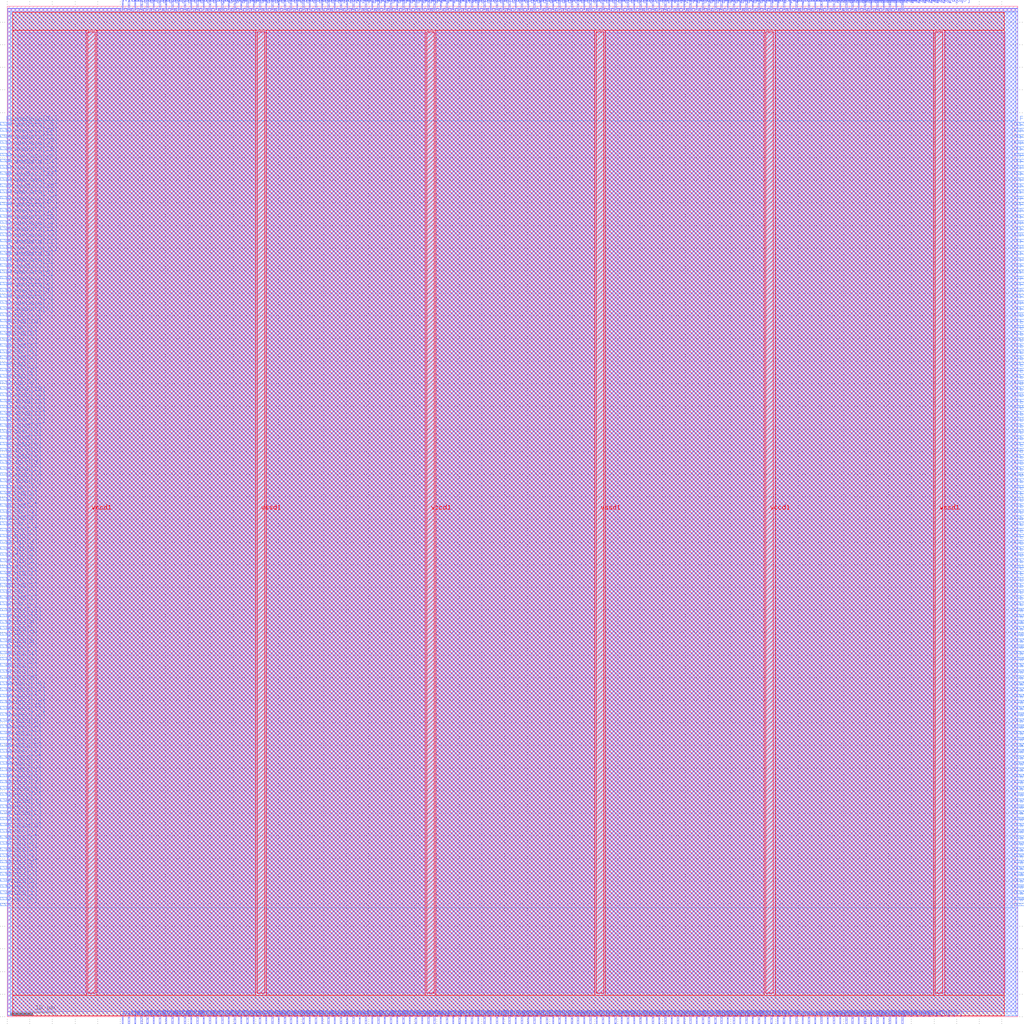
<source format=lef>
VERSION 5.7 ;
  NOWIREEXTENSIONATPIN ON ;
  DIVIDERCHAR "/" ;
  BUSBITCHARS "[]" ;
MACRO LUT4AB
  CLASS BLOCK ;
  FOREIGN LUT4AB ;
  ORIGIN 0.000 0.000 ;
  SIZE 223.500 BY 223.500 ;
  PIN Ci
    DIRECTION INPUT ;
    USE SIGNAL ;
    ANTENNAGATEAREA 0.196500 ;
    PORT
      LAYER met2 ;
        RECT 170.290 -1.500 170.570 0.800 ;
    END
  END Ci
  PIN Co
    DIRECTION OUTPUT TRISTATE ;
    USE SIGNAL ;
    ANTENNADIFFAREA 0.445500 ;
    PORT
      LAYER met2 ;
        RECT 170.290 222.700 170.570 225.000 ;
    END
  END Co
  PIN E1BEG[0]
    DIRECTION OUTPUT TRISTATE ;
    USE SIGNAL ;
    ANTENNADIFFAREA 0.795200 ;
    PORT
      LAYER met3 ;
        RECT 222.700 89.800 225.000 90.400 ;
    END
  END E1BEG[0]
  PIN E1BEG[1]
    DIRECTION OUTPUT TRISTATE ;
    USE SIGNAL ;
    ANTENNADIFFAREA 0.445500 ;
    PORT
      LAYER met3 ;
        RECT 222.700 91.160 225.000 91.760 ;
    END
  END E1BEG[1]
  PIN E1BEG[2]
    DIRECTION OUTPUT TRISTATE ;
    USE SIGNAL ;
    ANTENNADIFFAREA 0.445500 ;
    PORT
      LAYER met3 ;
        RECT 222.700 92.520 225.000 93.120 ;
    END
  END E1BEG[2]
  PIN E1BEG[3]
    DIRECTION OUTPUT TRISTATE ;
    USE SIGNAL ;
    ANTENNADIFFAREA 0.795200 ;
    PORT
      LAYER met3 ;
        RECT 222.700 93.880 225.000 94.480 ;
    END
  END E1BEG[3]
  PIN E1END[0]
    DIRECTION INPUT ;
    USE SIGNAL ;
    ANTENNAGATEAREA 0.247500 ;
    PORT
      LAYER met3 ;
        RECT -1.500 89.800 0.800 90.400 ;
    END
  END E1END[0]
  PIN E1END[1]
    DIRECTION INPUT ;
    USE SIGNAL ;
    ANTENNAGATEAREA 0.247500 ;
    PORT
      LAYER met3 ;
        RECT -1.500 91.160 0.800 91.760 ;
    END
  END E1END[1]
  PIN E1END[2]
    DIRECTION INPUT ;
    USE SIGNAL ;
    ANTENNAGATEAREA 0.247500 ;
    PORT
      LAYER met3 ;
        RECT -1.500 92.520 0.800 93.120 ;
    END
  END E1END[2]
  PIN E1END[3]
    DIRECTION INPUT ;
    USE SIGNAL ;
    ANTENNAGATEAREA 0.247500 ;
    PORT
      LAYER met3 ;
        RECT -1.500 93.880 0.800 94.480 ;
    END
  END E1END[3]
  PIN E2BEG[0]
    DIRECTION OUTPUT TRISTATE ;
    USE SIGNAL ;
    ANTENNADIFFAREA 0.795200 ;
    PORT
      LAYER met3 ;
        RECT 222.700 95.240 225.000 95.840 ;
    END
  END E2BEG[0]
  PIN E2BEG[1]
    DIRECTION OUTPUT TRISTATE ;
    USE SIGNAL ;
    ANTENNADIFFAREA 0.445500 ;
    PORT
      LAYER met3 ;
        RECT 222.700 96.600 225.000 97.200 ;
    END
  END E2BEG[1]
  PIN E2BEG[2]
    DIRECTION OUTPUT TRISTATE ;
    USE SIGNAL ;
    ANTENNADIFFAREA 0.445500 ;
    PORT
      LAYER met3 ;
        RECT 222.700 97.960 225.000 98.560 ;
    END
  END E2BEG[2]
  PIN E2BEG[3]
    DIRECTION OUTPUT TRISTATE ;
    USE SIGNAL ;
    ANTENNADIFFAREA 0.445500 ;
    PORT
      LAYER met3 ;
        RECT 222.700 99.320 225.000 99.920 ;
    END
  END E2BEG[3]
  PIN E2BEG[4]
    DIRECTION OUTPUT TRISTATE ;
    USE SIGNAL ;
    ANTENNADIFFAREA 0.445500 ;
    PORT
      LAYER met3 ;
        RECT 222.700 100.680 225.000 101.280 ;
    END
  END E2BEG[4]
  PIN E2BEG[5]
    DIRECTION OUTPUT TRISTATE ;
    USE SIGNAL ;
    ANTENNADIFFAREA 0.795200 ;
    PORT
      LAYER met3 ;
        RECT 222.700 102.040 225.000 102.640 ;
    END
  END E2BEG[5]
  PIN E2BEG[6]
    DIRECTION OUTPUT TRISTATE ;
    USE SIGNAL ;
    ANTENNADIFFAREA 0.795200 ;
    PORT
      LAYER met3 ;
        RECT 222.700 103.400 225.000 104.000 ;
    END
  END E2BEG[6]
  PIN E2BEG[7]
    DIRECTION OUTPUT TRISTATE ;
    USE SIGNAL ;
    ANTENNADIFFAREA 0.445500 ;
    PORT
      LAYER met3 ;
        RECT 222.700 104.760 225.000 105.360 ;
    END
  END E2BEG[7]
  PIN E2BEGb[0]
    DIRECTION OUTPUT TRISTATE ;
    USE SIGNAL ;
    ANTENNADIFFAREA 0.445500 ;
    PORT
      LAYER met3 ;
        RECT 222.700 106.120 225.000 106.720 ;
    END
  END E2BEGb[0]
  PIN E2BEGb[1]
    DIRECTION OUTPUT TRISTATE ;
    USE SIGNAL ;
    ANTENNADIFFAREA 0.445500 ;
    PORT
      LAYER met3 ;
        RECT 222.700 107.480 225.000 108.080 ;
    END
  END E2BEGb[1]
  PIN E2BEGb[2]
    DIRECTION OUTPUT TRISTATE ;
    USE SIGNAL ;
    ANTENNADIFFAREA 0.445500 ;
    PORT
      LAYER met3 ;
        RECT 222.700 108.840 225.000 109.440 ;
    END
  END E2BEGb[2]
  PIN E2BEGb[3]
    DIRECTION OUTPUT TRISTATE ;
    USE SIGNAL ;
    ANTENNADIFFAREA 0.445500 ;
    PORT
      LAYER met3 ;
        RECT 222.700 110.200 225.000 110.800 ;
    END
  END E2BEGb[3]
  PIN E2BEGb[4]
    DIRECTION OUTPUT TRISTATE ;
    USE SIGNAL ;
    ANTENNADIFFAREA 0.445500 ;
    PORT
      LAYER met3 ;
        RECT 222.700 111.560 225.000 112.160 ;
    END
  END E2BEGb[4]
  PIN E2BEGb[5]
    DIRECTION OUTPUT TRISTATE ;
    USE SIGNAL ;
    ANTENNADIFFAREA 0.445500 ;
    PORT
      LAYER met3 ;
        RECT 222.700 112.920 225.000 113.520 ;
    END
  END E2BEGb[5]
  PIN E2BEGb[6]
    DIRECTION OUTPUT TRISTATE ;
    USE SIGNAL ;
    ANTENNADIFFAREA 0.445500 ;
    PORT
      LAYER met3 ;
        RECT 222.700 114.280 225.000 114.880 ;
    END
  END E2BEGb[6]
  PIN E2BEGb[7]
    DIRECTION OUTPUT TRISTATE ;
    USE SIGNAL ;
    ANTENNADIFFAREA 0.795200 ;
    PORT
      LAYER met3 ;
        RECT 222.700 115.640 225.000 116.240 ;
    END
  END E2BEGb[7]
  PIN E2END[0]
    DIRECTION INPUT ;
    USE SIGNAL ;
    ANTENNAGATEAREA 0.159000 ;
    PORT
      LAYER met3 ;
        RECT -1.500 106.120 0.800 106.720 ;
    END
  END E2END[0]
  PIN E2END[1]
    DIRECTION INPUT ;
    USE SIGNAL ;
    ANTENNAGATEAREA 0.213000 ;
    PORT
      LAYER met3 ;
        RECT -1.500 107.480 0.800 108.080 ;
    END
  END E2END[1]
  PIN E2END[2]
    DIRECTION INPUT ;
    USE SIGNAL ;
    ANTENNAGATEAREA 0.159000 ;
    PORT
      LAYER met3 ;
        RECT -1.500 108.840 0.800 109.440 ;
    END
  END E2END[2]
  PIN E2END[3]
    DIRECTION INPUT ;
    USE SIGNAL ;
    ANTENNAGATEAREA 0.159000 ;
    PORT
      LAYER met3 ;
        RECT -1.500 110.200 0.800 110.800 ;
    END
  END E2END[3]
  PIN E2END[4]
    DIRECTION INPUT ;
    USE SIGNAL ;
    ANTENNAGATEAREA 0.213000 ;
    PORT
      LAYER met3 ;
        RECT -1.500 111.560 0.800 112.160 ;
    END
  END E2END[4]
  PIN E2END[5]
    DIRECTION INPUT ;
    USE SIGNAL ;
    ANTENNAGATEAREA 0.159000 ;
    PORT
      LAYER met3 ;
        RECT -1.500 112.920 0.800 113.520 ;
    END
  END E2END[5]
  PIN E2END[6]
    DIRECTION INPUT ;
    USE SIGNAL ;
    ANTENNAGATEAREA 0.159000 ;
    PORT
      LAYER met3 ;
        RECT -1.500 114.280 0.800 114.880 ;
    END
  END E2END[6]
  PIN E2END[7]
    DIRECTION INPUT ;
    USE SIGNAL ;
    ANTENNAGATEAREA 0.159000 ;
    PORT
      LAYER met3 ;
        RECT -1.500 115.640 0.800 116.240 ;
    END
  END E2END[7]
  PIN E2MID[0]
    DIRECTION INPUT ;
    USE SIGNAL ;
    ANTENNAGATEAREA 0.213000 ;
    PORT
      LAYER met3 ;
        RECT -1.500 95.240 0.800 95.840 ;
    END
  END E2MID[0]
  PIN E2MID[1]
    DIRECTION INPUT ;
    USE SIGNAL ;
    ANTENNAGATEAREA 0.213000 ;
    PORT
      LAYER met3 ;
        RECT -1.500 96.600 0.800 97.200 ;
    END
  END E2MID[1]
  PIN E2MID[2]
    DIRECTION INPUT ;
    USE SIGNAL ;
    ANTENNAGATEAREA 0.159000 ;
    PORT
      LAYER met3 ;
        RECT -1.500 97.960 0.800 98.560 ;
    END
  END E2MID[2]
  PIN E2MID[3]
    DIRECTION INPUT ;
    USE SIGNAL ;
    ANTENNAGATEAREA 0.213000 ;
    PORT
      LAYER met3 ;
        RECT -1.500 99.320 0.800 99.920 ;
    END
  END E2MID[3]
  PIN E2MID[4]
    DIRECTION INPUT ;
    USE SIGNAL ;
    ANTENNAGATEAREA 0.213000 ;
    PORT
      LAYER met3 ;
        RECT -1.500 100.680 0.800 101.280 ;
    END
  END E2MID[4]
  PIN E2MID[5]
    DIRECTION INPUT ;
    USE SIGNAL ;
    ANTENNAGATEAREA 0.159000 ;
    PORT
      LAYER met3 ;
        RECT -1.500 102.040 0.800 102.640 ;
    END
  END E2MID[5]
  PIN E2MID[6]
    DIRECTION INPUT ;
    USE SIGNAL ;
    ANTENNAGATEAREA 0.159000 ;
    PORT
      LAYER met3 ;
        RECT -1.500 103.400 0.800 104.000 ;
    END
  END E2MID[6]
  PIN E2MID[7]
    DIRECTION INPUT ;
    USE SIGNAL ;
    ANTENNAGATEAREA 0.159000 ;
    PORT
      LAYER met3 ;
        RECT -1.500 104.760 0.800 105.360 ;
    END
  END E2MID[7]
  PIN E6BEG[0]
    DIRECTION OUTPUT TRISTATE ;
    USE SIGNAL ;
    ANTENNADIFFAREA 0.445500 ;
    PORT
      LAYER met3 ;
        RECT 222.700 138.760 225.000 139.360 ;
    END
  END E6BEG[0]
  PIN E6BEG[10]
    DIRECTION OUTPUT TRISTATE ;
    USE SIGNAL ;
    ANTENNADIFFAREA 0.445500 ;
    PORT
      LAYER met3 ;
        RECT 222.700 152.360 225.000 152.960 ;
    END
  END E6BEG[10]
  PIN E6BEG[11]
    DIRECTION OUTPUT TRISTATE ;
    USE SIGNAL ;
    ANTENNADIFFAREA 0.445500 ;
    PORT
      LAYER met3 ;
        RECT 222.700 153.720 225.000 154.320 ;
    END
  END E6BEG[11]
  PIN E6BEG[1]
    DIRECTION OUTPUT TRISTATE ;
    USE SIGNAL ;
    ANTENNADIFFAREA 0.795200 ;
    PORT
      LAYER met3 ;
        RECT 222.700 140.120 225.000 140.720 ;
    END
  END E6BEG[1]
  PIN E6BEG[2]
    DIRECTION OUTPUT TRISTATE ;
    USE SIGNAL ;
    ANTENNADIFFAREA 0.445500 ;
    PORT
      LAYER met3 ;
        RECT 222.700 141.480 225.000 142.080 ;
    END
  END E6BEG[2]
  PIN E6BEG[3]
    DIRECTION OUTPUT TRISTATE ;
    USE SIGNAL ;
    ANTENNADIFFAREA 0.795200 ;
    PORT
      LAYER met3 ;
        RECT 222.700 142.840 225.000 143.440 ;
    END
  END E6BEG[3]
  PIN E6BEG[4]
    DIRECTION OUTPUT TRISTATE ;
    USE SIGNAL ;
    ANTENNADIFFAREA 0.795200 ;
    PORT
      LAYER met3 ;
        RECT 222.700 144.200 225.000 144.800 ;
    END
  END E6BEG[4]
  PIN E6BEG[5]
    DIRECTION OUTPUT TRISTATE ;
    USE SIGNAL ;
    ANTENNADIFFAREA 0.445500 ;
    PORT
      LAYER met3 ;
        RECT 222.700 145.560 225.000 146.160 ;
    END
  END E6BEG[5]
  PIN E6BEG[6]
    DIRECTION OUTPUT TRISTATE ;
    USE SIGNAL ;
    ANTENNADIFFAREA 0.445500 ;
    PORT
      LAYER met3 ;
        RECT 222.700 146.920 225.000 147.520 ;
    END
  END E6BEG[6]
  PIN E6BEG[7]
    DIRECTION OUTPUT TRISTATE ;
    USE SIGNAL ;
    ANTENNADIFFAREA 0.445500 ;
    PORT
      LAYER met3 ;
        RECT 222.700 148.280 225.000 148.880 ;
    END
  END E6BEG[7]
  PIN E6BEG[8]
    DIRECTION OUTPUT TRISTATE ;
    USE SIGNAL ;
    ANTENNADIFFAREA 0.795200 ;
    PORT
      LAYER met3 ;
        RECT 222.700 149.640 225.000 150.240 ;
    END
  END E6BEG[8]
  PIN E6BEG[9]
    DIRECTION OUTPUT TRISTATE ;
    USE SIGNAL ;
    ANTENNADIFFAREA 0.795200 ;
    PORT
      LAYER met3 ;
        RECT 222.700 151.000 225.000 151.600 ;
    END
  END E6BEG[9]
  PIN E6END[0]
    DIRECTION INPUT ;
    USE SIGNAL ;
    ANTENNAGATEAREA 0.247500 ;
    PORT
      LAYER met3 ;
        RECT -1.500 138.760 0.800 139.360 ;
    END
  END E6END[0]
  PIN E6END[10]
    DIRECTION INPUT ;
    USE SIGNAL ;
    ANTENNAGATEAREA 0.196500 ;
    PORT
      LAYER met3 ;
        RECT -1.500 152.360 0.800 152.960 ;
    END
  END E6END[10]
  PIN E6END[11]
    DIRECTION INPUT ;
    USE SIGNAL ;
    ANTENNAGATEAREA 0.196500 ;
    PORT
      LAYER met3 ;
        RECT -1.500 153.720 0.800 154.320 ;
    END
  END E6END[11]
  PIN E6END[1]
    DIRECTION INPUT ;
    USE SIGNAL ;
    ANTENNAGATEAREA 0.247500 ;
    PORT
      LAYER met3 ;
        RECT -1.500 140.120 0.800 140.720 ;
    END
  END E6END[1]
  PIN E6END[2]
    DIRECTION INPUT ;
    USE SIGNAL ;
    ANTENNAGATEAREA 0.196500 ;
    PORT
      LAYER met3 ;
        RECT -1.500 141.480 0.800 142.080 ;
    END
  END E6END[2]
  PIN E6END[3]
    DIRECTION INPUT ;
    USE SIGNAL ;
    ANTENNAGATEAREA 0.196500 ;
    PORT
      LAYER met3 ;
        RECT -1.500 142.840 0.800 143.440 ;
    END
  END E6END[3]
  PIN E6END[4]
    DIRECTION INPUT ;
    USE SIGNAL ;
    ANTENNAGATEAREA 0.196500 ;
    PORT
      LAYER met3 ;
        RECT -1.500 144.200 0.800 144.800 ;
    END
  END E6END[4]
  PIN E6END[5]
    DIRECTION INPUT ;
    USE SIGNAL ;
    ANTENNAGATEAREA 0.196500 ;
    PORT
      LAYER met3 ;
        RECT -1.500 145.560 0.800 146.160 ;
    END
  END E6END[5]
  PIN E6END[6]
    DIRECTION INPUT ;
    USE SIGNAL ;
    ANTENNAGATEAREA 0.196500 ;
    PORT
      LAYER met3 ;
        RECT -1.500 146.920 0.800 147.520 ;
    END
  END E6END[6]
  PIN E6END[7]
    DIRECTION INPUT ;
    USE SIGNAL ;
    ANTENNAGATEAREA 0.196500 ;
    PORT
      LAYER met3 ;
        RECT -1.500 148.280 0.800 148.880 ;
    END
  END E6END[7]
  PIN E6END[8]
    DIRECTION INPUT ;
    USE SIGNAL ;
    ANTENNAGATEAREA 0.196500 ;
    PORT
      LAYER met3 ;
        RECT -1.500 149.640 0.800 150.240 ;
    END
  END E6END[8]
  PIN E6END[9]
    DIRECTION INPUT ;
    USE SIGNAL ;
    ANTENNAGATEAREA 0.196500 ;
    PORT
      LAYER met3 ;
        RECT -1.500 151.000 0.800 151.600 ;
    END
  END E6END[9]
  PIN EE4BEG[0]
    DIRECTION OUTPUT TRISTATE ;
    USE SIGNAL ;
    ANTENNADIFFAREA 0.795200 ;
    PORT
      LAYER met3 ;
        RECT 222.700 117.000 225.000 117.600 ;
    END
  END EE4BEG[0]
  PIN EE4BEG[10]
    DIRECTION OUTPUT TRISTATE ;
    USE SIGNAL ;
    ANTENNADIFFAREA 0.795200 ;
    PORT
      LAYER met3 ;
        RECT 222.700 130.600 225.000 131.200 ;
    END
  END EE4BEG[10]
  PIN EE4BEG[11]
    DIRECTION OUTPUT TRISTATE ;
    USE SIGNAL ;
    ANTENNADIFFAREA 0.445500 ;
    PORT
      LAYER met3 ;
        RECT 222.700 131.960 225.000 132.560 ;
    END
  END EE4BEG[11]
  PIN EE4BEG[12]
    DIRECTION OUTPUT TRISTATE ;
    USE SIGNAL ;
    ANTENNADIFFAREA 0.445500 ;
    PORT
      LAYER met3 ;
        RECT 222.700 133.320 225.000 133.920 ;
    END
  END EE4BEG[12]
  PIN EE4BEG[13]
    DIRECTION OUTPUT TRISTATE ;
    USE SIGNAL ;
    ANTENNADIFFAREA 0.795200 ;
    PORT
      LAYER met3 ;
        RECT 222.700 134.680 225.000 135.280 ;
    END
  END EE4BEG[13]
  PIN EE4BEG[14]
    DIRECTION OUTPUT TRISTATE ;
    USE SIGNAL ;
    ANTENNADIFFAREA 0.795200 ;
    PORT
      LAYER met3 ;
        RECT 222.700 136.040 225.000 136.640 ;
    END
  END EE4BEG[14]
  PIN EE4BEG[15]
    DIRECTION OUTPUT TRISTATE ;
    USE SIGNAL ;
    ANTENNADIFFAREA 0.795200 ;
    PORT
      LAYER met3 ;
        RECT 222.700 137.400 225.000 138.000 ;
    END
  END EE4BEG[15]
  PIN EE4BEG[1]
    DIRECTION OUTPUT TRISTATE ;
    USE SIGNAL ;
    ANTENNADIFFAREA 0.445500 ;
    PORT
      LAYER met3 ;
        RECT 222.700 118.360 225.000 118.960 ;
    END
  END EE4BEG[1]
  PIN EE4BEG[2]
    DIRECTION OUTPUT TRISTATE ;
    USE SIGNAL ;
    ANTENNADIFFAREA 0.445500 ;
    PORT
      LAYER met3 ;
        RECT 222.700 119.720 225.000 120.320 ;
    END
  END EE4BEG[2]
  PIN EE4BEG[3]
    DIRECTION OUTPUT TRISTATE ;
    USE SIGNAL ;
    ANTENNADIFFAREA 0.445500 ;
    PORT
      LAYER met3 ;
        RECT 222.700 121.080 225.000 121.680 ;
    END
  END EE4BEG[3]
  PIN EE4BEG[4]
    DIRECTION OUTPUT TRISTATE ;
    USE SIGNAL ;
    ANTENNADIFFAREA 0.445500 ;
    PORT
      LAYER met3 ;
        RECT 222.700 122.440 225.000 123.040 ;
    END
  END EE4BEG[4]
  PIN EE4BEG[5]
    DIRECTION OUTPUT TRISTATE ;
    USE SIGNAL ;
    ANTENNADIFFAREA 0.795200 ;
    PORT
      LAYER met3 ;
        RECT 222.700 123.800 225.000 124.400 ;
    END
  END EE4BEG[5]
  PIN EE4BEG[6]
    DIRECTION OUTPUT TRISTATE ;
    USE SIGNAL ;
    ANTENNADIFFAREA 0.445500 ;
    PORT
      LAYER met3 ;
        RECT 222.700 125.160 225.000 125.760 ;
    END
  END EE4BEG[6]
  PIN EE4BEG[7]
    DIRECTION OUTPUT TRISTATE ;
    USE SIGNAL ;
    ANTENNADIFFAREA 0.445500 ;
    PORT
      LAYER met3 ;
        RECT 222.700 126.520 225.000 127.120 ;
    END
  END EE4BEG[7]
  PIN EE4BEG[8]
    DIRECTION OUTPUT TRISTATE ;
    USE SIGNAL ;
    ANTENNADIFFAREA 0.445500 ;
    PORT
      LAYER met3 ;
        RECT 222.700 127.880 225.000 128.480 ;
    END
  END EE4BEG[8]
  PIN EE4BEG[9]
    DIRECTION OUTPUT TRISTATE ;
    USE SIGNAL ;
    ANTENNADIFFAREA 0.795200 ;
    PORT
      LAYER met3 ;
        RECT 222.700 129.240 225.000 129.840 ;
    END
  END EE4BEG[9]
  PIN EE4END[0]
    DIRECTION INPUT ;
    USE SIGNAL ;
    ANTENNAGATEAREA 0.213000 ;
    PORT
      LAYER met3 ;
        RECT -1.500 117.000 0.800 117.600 ;
    END
  END EE4END[0]
  PIN EE4END[10]
    DIRECTION INPUT ;
    USE SIGNAL ;
    ANTENNAGATEAREA 0.196500 ;
    PORT
      LAYER met3 ;
        RECT -1.500 130.600 0.800 131.200 ;
    END
  END EE4END[10]
  PIN EE4END[11]
    DIRECTION INPUT ;
    USE SIGNAL ;
    ANTENNAGATEAREA 0.196500 ;
    PORT
      LAYER met3 ;
        RECT -1.500 131.960 0.800 132.560 ;
    END
  END EE4END[11]
  PIN EE4END[12]
    DIRECTION INPUT ;
    USE SIGNAL ;
    ANTENNAGATEAREA 0.196500 ;
    PORT
      LAYER met3 ;
        RECT -1.500 133.320 0.800 133.920 ;
    END
  END EE4END[12]
  PIN EE4END[13]
    DIRECTION INPUT ;
    USE SIGNAL ;
    ANTENNAGATEAREA 0.196500 ;
    PORT
      LAYER met3 ;
        RECT -1.500 134.680 0.800 135.280 ;
    END
  END EE4END[13]
  PIN EE4END[14]
    DIRECTION INPUT ;
    USE SIGNAL ;
    ANTENNAGATEAREA 0.196500 ;
    PORT
      LAYER met3 ;
        RECT -1.500 136.040 0.800 136.640 ;
    END
  END EE4END[14]
  PIN EE4END[15]
    DIRECTION INPUT ;
    USE SIGNAL ;
    ANTENNAGATEAREA 0.196500 ;
    PORT
      LAYER met3 ;
        RECT -1.500 137.400 0.800 138.000 ;
    END
  END EE4END[15]
  PIN EE4END[1]
    DIRECTION INPUT ;
    USE SIGNAL ;
    ANTENNAGATEAREA 0.126000 ;
    PORT
      LAYER met3 ;
        RECT -1.500 118.360 0.800 118.960 ;
    END
  END EE4END[1]
  PIN EE4END[2]
    DIRECTION INPUT ;
    USE SIGNAL ;
    ANTENNAGATEAREA 0.213000 ;
    PORT
      LAYER met3 ;
        RECT -1.500 119.720 0.800 120.320 ;
    END
  END EE4END[2]
  PIN EE4END[3]
    DIRECTION INPUT ;
    USE SIGNAL ;
    ANTENNAGATEAREA 0.213000 ;
    PORT
      LAYER met3 ;
        RECT -1.500 121.080 0.800 121.680 ;
    END
  END EE4END[3]
  PIN EE4END[4]
    DIRECTION INPUT ;
    USE SIGNAL ;
    ANTENNAGATEAREA 0.196500 ;
    PORT
      LAYER met3 ;
        RECT -1.500 122.440 0.800 123.040 ;
    END
  END EE4END[4]
  PIN EE4END[5]
    DIRECTION INPUT ;
    USE SIGNAL ;
    ANTENNAGATEAREA 0.196500 ;
    PORT
      LAYER met3 ;
        RECT -1.500 123.800 0.800 124.400 ;
    END
  END EE4END[5]
  PIN EE4END[6]
    DIRECTION INPUT ;
    USE SIGNAL ;
    ANTENNAGATEAREA 0.196500 ;
    PORT
      LAYER met3 ;
        RECT -1.500 125.160 0.800 125.760 ;
    END
  END EE4END[6]
  PIN EE4END[7]
    DIRECTION INPUT ;
    USE SIGNAL ;
    ANTENNAGATEAREA 0.196500 ;
    PORT
      LAYER met3 ;
        RECT -1.500 126.520 0.800 127.120 ;
    END
  END EE4END[7]
  PIN EE4END[8]
    DIRECTION INPUT ;
    USE SIGNAL ;
    ANTENNAGATEAREA 0.196500 ;
    PORT
      LAYER met3 ;
        RECT -1.500 127.880 0.800 128.480 ;
    END
  END EE4END[8]
  PIN EE4END[9]
    DIRECTION INPUT ;
    USE SIGNAL ;
    ANTENNAGATEAREA 0.196500 ;
    PORT
      LAYER met3 ;
        RECT -1.500 129.240 0.800 129.840 ;
    END
  END EE4END[9]
  PIN FrameData[0]
    DIRECTION INPUT ;
    USE SIGNAL ;
    ANTENNAGATEAREA 0.742500 ;
    PORT
      LAYER met3 ;
        RECT -1.500 155.080 0.800 155.680 ;
    END
  END FrameData[0]
  PIN FrameData[10]
    DIRECTION INPUT ;
    USE SIGNAL ;
    ANTENNAGATEAREA 0.742500 ;
    PORT
      LAYER met3 ;
        RECT -1.500 168.680 0.800 169.280 ;
    END
  END FrameData[10]
  PIN FrameData[11]
    DIRECTION INPUT ;
    USE SIGNAL ;
    ANTENNAGATEAREA 0.742500 ;
    PORT
      LAYER met3 ;
        RECT -1.500 170.040 0.800 170.640 ;
    END
  END FrameData[11]
  PIN FrameData[12]
    DIRECTION INPUT ;
    USE SIGNAL ;
    ANTENNAGATEAREA 0.742500 ;
    PORT
      LAYER met3 ;
        RECT -1.500 171.400 0.800 172.000 ;
    END
  END FrameData[12]
  PIN FrameData[13]
    DIRECTION INPUT ;
    USE SIGNAL ;
    ANTENNAGATEAREA 0.742500 ;
    PORT
      LAYER met3 ;
        RECT -1.500 172.760 0.800 173.360 ;
    END
  END FrameData[13]
  PIN FrameData[14]
    DIRECTION INPUT ;
    USE SIGNAL ;
    ANTENNAGATEAREA 0.742500 ;
    PORT
      LAYER met3 ;
        RECT -1.500 174.120 0.800 174.720 ;
    END
  END FrameData[14]
  PIN FrameData[15]
    DIRECTION INPUT ;
    USE SIGNAL ;
    ANTENNAGATEAREA 0.742500 ;
    PORT
      LAYER met3 ;
        RECT -1.500 175.480 0.800 176.080 ;
    END
  END FrameData[15]
  PIN FrameData[16]
    DIRECTION INPUT ;
    USE SIGNAL ;
    ANTENNAGATEAREA 0.742500 ;
    PORT
      LAYER met3 ;
        RECT -1.500 176.840 0.800 177.440 ;
    END
  END FrameData[16]
  PIN FrameData[17]
    DIRECTION INPUT ;
    USE SIGNAL ;
    ANTENNAGATEAREA 0.742500 ;
    PORT
      LAYER met3 ;
        RECT -1.500 178.200 0.800 178.800 ;
    END
  END FrameData[17]
  PIN FrameData[18]
    DIRECTION INPUT ;
    USE SIGNAL ;
    ANTENNAGATEAREA 0.742500 ;
    PORT
      LAYER met3 ;
        RECT -1.500 179.560 0.800 180.160 ;
    END
  END FrameData[18]
  PIN FrameData[19]
    DIRECTION INPUT ;
    USE SIGNAL ;
    ANTENNAGATEAREA 0.742500 ;
    PORT
      LAYER met3 ;
        RECT -1.500 180.920 0.800 181.520 ;
    END
  END FrameData[19]
  PIN FrameData[1]
    DIRECTION INPUT ;
    USE SIGNAL ;
    ANTENNAGATEAREA 0.742500 ;
    PORT
      LAYER met3 ;
        RECT -1.500 156.440 0.800 157.040 ;
    END
  END FrameData[1]
  PIN FrameData[20]
    DIRECTION INPUT ;
    USE SIGNAL ;
    ANTENNAGATEAREA 0.742500 ;
    PORT
      LAYER met3 ;
        RECT -1.500 182.280 0.800 182.880 ;
    END
  END FrameData[20]
  PIN FrameData[21]
    DIRECTION INPUT ;
    USE SIGNAL ;
    ANTENNAGATEAREA 0.742500 ;
    PORT
      LAYER met3 ;
        RECT -1.500 183.640 0.800 184.240 ;
    END
  END FrameData[21]
  PIN FrameData[22]
    DIRECTION INPUT ;
    USE SIGNAL ;
    ANTENNAGATEAREA 0.742500 ;
    PORT
      LAYER met3 ;
        RECT -1.500 185.000 0.800 185.600 ;
    END
  END FrameData[22]
  PIN FrameData[23]
    DIRECTION INPUT ;
    USE SIGNAL ;
    ANTENNAGATEAREA 0.742500 ;
    PORT
      LAYER met3 ;
        RECT -1.500 186.360 0.800 186.960 ;
    END
  END FrameData[23]
  PIN FrameData[24]
    DIRECTION INPUT ;
    USE SIGNAL ;
    ANTENNAGATEAREA 0.852000 ;
    PORT
      LAYER met3 ;
        RECT -1.500 187.720 0.800 188.320 ;
    END
  END FrameData[24]
  PIN FrameData[25]
    DIRECTION INPUT ;
    USE SIGNAL ;
    ANTENNAGATEAREA 0.742500 ;
    PORT
      LAYER met3 ;
        RECT -1.500 189.080 0.800 189.680 ;
    END
  END FrameData[25]
  PIN FrameData[26]
    DIRECTION INPUT ;
    USE SIGNAL ;
    ANTENNAGATEAREA 0.742500 ;
    PORT
      LAYER met3 ;
        RECT -1.500 190.440 0.800 191.040 ;
    END
  END FrameData[26]
  PIN FrameData[27]
    DIRECTION INPUT ;
    USE SIGNAL ;
    ANTENNAGATEAREA 0.742500 ;
    PORT
      LAYER met3 ;
        RECT -1.500 191.800 0.800 192.400 ;
    END
  END FrameData[27]
  PIN FrameData[28]
    DIRECTION INPUT ;
    USE SIGNAL ;
    ANTENNAGATEAREA 0.742500 ;
    PORT
      LAYER met3 ;
        RECT -1.500 193.160 0.800 193.760 ;
    END
  END FrameData[28]
  PIN FrameData[29]
    DIRECTION INPUT ;
    USE SIGNAL ;
    ANTENNAGATEAREA 0.742500 ;
    PORT
      LAYER met3 ;
        RECT -1.500 194.520 0.800 195.120 ;
    END
  END FrameData[29]
  PIN FrameData[2]
    DIRECTION INPUT ;
    USE SIGNAL ;
    ANTENNAGATEAREA 0.742500 ;
    PORT
      LAYER met3 ;
        RECT -1.500 157.800 0.800 158.400 ;
    END
  END FrameData[2]
  PIN FrameData[30]
    DIRECTION INPUT ;
    USE SIGNAL ;
    ANTENNAGATEAREA 0.742500 ;
    PORT
      LAYER met3 ;
        RECT -1.500 195.880 0.800 196.480 ;
    END
  END FrameData[30]
  PIN FrameData[31]
    DIRECTION INPUT ;
    USE SIGNAL ;
    ANTENNAGATEAREA 0.742500 ;
    PORT
      LAYER met3 ;
        RECT -1.500 197.240 0.800 197.840 ;
    END
  END FrameData[31]
  PIN FrameData[3]
    DIRECTION INPUT ;
    USE SIGNAL ;
    ANTENNAGATEAREA 0.742500 ;
    PORT
      LAYER met3 ;
        RECT -1.500 159.160 0.800 159.760 ;
    END
  END FrameData[3]
  PIN FrameData[4]
    DIRECTION INPUT ;
    USE SIGNAL ;
    ANTENNAGATEAREA 0.742500 ;
    PORT
      LAYER met3 ;
        RECT -1.500 160.520 0.800 161.120 ;
    END
  END FrameData[4]
  PIN FrameData[5]
    DIRECTION INPUT ;
    USE SIGNAL ;
    ANTENNAGATEAREA 0.852000 ;
    PORT
      LAYER met3 ;
        RECT -1.500 161.880 0.800 162.480 ;
    END
  END FrameData[5]
  PIN FrameData[6]
    DIRECTION INPUT ;
    USE SIGNAL ;
    ANTENNAGATEAREA 0.742500 ;
    PORT
      LAYER met3 ;
        RECT -1.500 163.240 0.800 163.840 ;
    END
  END FrameData[6]
  PIN FrameData[7]
    DIRECTION INPUT ;
    USE SIGNAL ;
    ANTENNAGATEAREA 0.742500 ;
    PORT
      LAYER met3 ;
        RECT -1.500 164.600 0.800 165.200 ;
    END
  END FrameData[7]
  PIN FrameData[8]
    DIRECTION INPUT ;
    USE SIGNAL ;
    ANTENNAGATEAREA 0.742500 ;
    PORT
      LAYER met3 ;
        RECT -1.500 165.960 0.800 166.560 ;
    END
  END FrameData[8]
  PIN FrameData[9]
    DIRECTION INPUT ;
    USE SIGNAL ;
    ANTENNAGATEAREA 0.742500 ;
    PORT
      LAYER met3 ;
        RECT -1.500 167.320 0.800 167.920 ;
    END
  END FrameData[9]
  PIN FrameData_O[0]
    DIRECTION OUTPUT TRISTATE ;
    USE SIGNAL ;
    ANTENNADIFFAREA 0.795200 ;
    PORT
      LAYER met3 ;
        RECT 222.700 155.080 225.000 155.680 ;
    END
  END FrameData_O[0]
  PIN FrameData_O[10]
    DIRECTION OUTPUT TRISTATE ;
    USE SIGNAL ;
    ANTENNADIFFAREA 0.795200 ;
    PORT
      LAYER met3 ;
        RECT 222.700 168.680 225.000 169.280 ;
    END
  END FrameData_O[10]
  PIN FrameData_O[11]
    DIRECTION OUTPUT TRISTATE ;
    USE SIGNAL ;
    ANTENNADIFFAREA 0.795200 ;
    PORT
      LAYER met3 ;
        RECT 222.700 170.040 225.000 170.640 ;
    END
  END FrameData_O[11]
  PIN FrameData_O[12]
    DIRECTION OUTPUT TRISTATE ;
    USE SIGNAL ;
    ANTENNADIFFAREA 0.795200 ;
    PORT
      LAYER met3 ;
        RECT 222.700 171.400 225.000 172.000 ;
    END
  END FrameData_O[12]
  PIN FrameData_O[13]
    DIRECTION OUTPUT TRISTATE ;
    USE SIGNAL ;
    ANTENNADIFFAREA 0.445500 ;
    PORT
      LAYER met3 ;
        RECT 222.700 172.760 225.000 173.360 ;
    END
  END FrameData_O[13]
  PIN FrameData_O[14]
    DIRECTION OUTPUT TRISTATE ;
    USE SIGNAL ;
    ANTENNADIFFAREA 0.445500 ;
    PORT
      LAYER met3 ;
        RECT 222.700 174.120 225.000 174.720 ;
    END
  END FrameData_O[14]
  PIN FrameData_O[15]
    DIRECTION OUTPUT TRISTATE ;
    USE SIGNAL ;
    ANTENNADIFFAREA 0.445500 ;
    PORT
      LAYER met3 ;
        RECT 222.700 175.480 225.000 176.080 ;
    END
  END FrameData_O[15]
  PIN FrameData_O[16]
    DIRECTION OUTPUT TRISTATE ;
    USE SIGNAL ;
    ANTENNADIFFAREA 0.795200 ;
    PORT
      LAYER met3 ;
        RECT 222.700 176.840 225.000 177.440 ;
    END
  END FrameData_O[16]
  PIN FrameData_O[17]
    DIRECTION OUTPUT TRISTATE ;
    USE SIGNAL ;
    ANTENNADIFFAREA 0.795200 ;
    PORT
      LAYER met3 ;
        RECT 222.700 178.200 225.000 178.800 ;
    END
  END FrameData_O[17]
  PIN FrameData_O[18]
    DIRECTION OUTPUT TRISTATE ;
    USE SIGNAL ;
    ANTENNADIFFAREA 0.445500 ;
    PORT
      LAYER met3 ;
        RECT 222.700 179.560 225.000 180.160 ;
    END
  END FrameData_O[18]
  PIN FrameData_O[19]
    DIRECTION OUTPUT TRISTATE ;
    USE SIGNAL ;
    ANTENNADIFFAREA 0.445500 ;
    PORT
      LAYER met3 ;
        RECT 222.700 180.920 225.000 181.520 ;
    END
  END FrameData_O[19]
  PIN FrameData_O[1]
    DIRECTION OUTPUT TRISTATE ;
    USE SIGNAL ;
    ANTENNADIFFAREA 0.795200 ;
    PORT
      LAYER met3 ;
        RECT 222.700 156.440 225.000 157.040 ;
    END
  END FrameData_O[1]
  PIN FrameData_O[20]
    DIRECTION OUTPUT TRISTATE ;
    USE SIGNAL ;
    ANTENNADIFFAREA 0.445500 ;
    PORT
      LAYER met3 ;
        RECT 222.700 182.280 225.000 182.880 ;
    END
  END FrameData_O[20]
  PIN FrameData_O[21]
    DIRECTION OUTPUT TRISTATE ;
    USE SIGNAL ;
    ANTENNADIFFAREA 0.445500 ;
    PORT
      LAYER met3 ;
        RECT 222.700 183.640 225.000 184.240 ;
    END
  END FrameData_O[21]
  PIN FrameData_O[22]
    DIRECTION OUTPUT TRISTATE ;
    USE SIGNAL ;
    ANTENNADIFFAREA 0.795200 ;
    PORT
      LAYER met3 ;
        RECT 222.700 185.000 225.000 185.600 ;
    END
  END FrameData_O[22]
  PIN FrameData_O[23]
    DIRECTION OUTPUT TRISTATE ;
    USE SIGNAL ;
    ANTENNADIFFAREA 0.445500 ;
    PORT
      LAYER met3 ;
        RECT 222.700 186.360 225.000 186.960 ;
    END
  END FrameData_O[23]
  PIN FrameData_O[24]
    DIRECTION OUTPUT TRISTATE ;
    USE SIGNAL ;
    ANTENNADIFFAREA 0.445500 ;
    PORT
      LAYER met3 ;
        RECT 222.700 187.720 225.000 188.320 ;
    END
  END FrameData_O[24]
  PIN FrameData_O[25]
    DIRECTION OUTPUT TRISTATE ;
    USE SIGNAL ;
    ANTENNADIFFAREA 0.445500 ;
    PORT
      LAYER met3 ;
        RECT 222.700 189.080 225.000 189.680 ;
    END
  END FrameData_O[25]
  PIN FrameData_O[26]
    DIRECTION OUTPUT TRISTATE ;
    USE SIGNAL ;
    ANTENNADIFFAREA 0.795200 ;
    PORT
      LAYER met3 ;
        RECT 222.700 190.440 225.000 191.040 ;
    END
  END FrameData_O[26]
  PIN FrameData_O[27]
    DIRECTION OUTPUT TRISTATE ;
    USE SIGNAL ;
    ANTENNADIFFAREA 0.795200 ;
    PORT
      LAYER met3 ;
        RECT 222.700 191.800 225.000 192.400 ;
    END
  END FrameData_O[27]
  PIN FrameData_O[28]
    DIRECTION OUTPUT TRISTATE ;
    USE SIGNAL ;
    ANTENNADIFFAREA 0.445500 ;
    PORT
      LAYER met3 ;
        RECT 222.700 193.160 225.000 193.760 ;
    END
  END FrameData_O[28]
  PIN FrameData_O[29]
    DIRECTION OUTPUT TRISTATE ;
    USE SIGNAL ;
    ANTENNADIFFAREA 0.445500 ;
    PORT
      LAYER met3 ;
        RECT 222.700 194.520 225.000 195.120 ;
    END
  END FrameData_O[29]
  PIN FrameData_O[2]
    DIRECTION OUTPUT TRISTATE ;
    USE SIGNAL ;
    ANTENNADIFFAREA 0.795200 ;
    PORT
      LAYER met3 ;
        RECT 222.700 157.800 225.000 158.400 ;
    END
  END FrameData_O[2]
  PIN FrameData_O[30]
    DIRECTION OUTPUT TRISTATE ;
    USE SIGNAL ;
    ANTENNADIFFAREA 0.445500 ;
    PORT
      LAYER met3 ;
        RECT 222.700 195.880 225.000 196.480 ;
    END
  END FrameData_O[30]
  PIN FrameData_O[31]
    DIRECTION OUTPUT TRISTATE ;
    USE SIGNAL ;
    ANTENNADIFFAREA 0.445500 ;
    PORT
      LAYER met3 ;
        RECT 222.700 197.240 225.000 197.840 ;
    END
  END FrameData_O[31]
  PIN FrameData_O[3]
    DIRECTION OUTPUT TRISTATE ;
    USE SIGNAL ;
    ANTENNADIFFAREA 0.445500 ;
    PORT
      LAYER met3 ;
        RECT 222.700 159.160 225.000 159.760 ;
    END
  END FrameData_O[3]
  PIN FrameData_O[4]
    DIRECTION OUTPUT TRISTATE ;
    USE SIGNAL ;
    ANTENNADIFFAREA 0.445500 ;
    PORT
      LAYER met3 ;
        RECT 222.700 160.520 225.000 161.120 ;
    END
  END FrameData_O[4]
  PIN FrameData_O[5]
    DIRECTION OUTPUT TRISTATE ;
    USE SIGNAL ;
    ANTENNADIFFAREA 0.445500 ;
    PORT
      LAYER met3 ;
        RECT 222.700 161.880 225.000 162.480 ;
    END
  END FrameData_O[5]
  PIN FrameData_O[6]
    DIRECTION OUTPUT TRISTATE ;
    USE SIGNAL ;
    ANTENNADIFFAREA 0.795200 ;
    PORT
      LAYER met3 ;
        RECT 222.700 163.240 225.000 163.840 ;
    END
  END FrameData_O[6]
  PIN FrameData_O[7]
    DIRECTION OUTPUT TRISTATE ;
    USE SIGNAL ;
    ANTENNADIFFAREA 0.795200 ;
    PORT
      LAYER met3 ;
        RECT 222.700 164.600 225.000 165.200 ;
    END
  END FrameData_O[7]
  PIN FrameData_O[8]
    DIRECTION OUTPUT TRISTATE ;
    USE SIGNAL ;
    ANTENNADIFFAREA 0.445500 ;
    PORT
      LAYER met3 ;
        RECT 222.700 165.960 225.000 166.560 ;
    END
  END FrameData_O[8]
  PIN FrameData_O[9]
    DIRECTION OUTPUT TRISTATE ;
    USE SIGNAL ;
    ANTENNADIFFAREA 0.445500 ;
    PORT
      LAYER met3 ;
        RECT 222.700 167.320 225.000 167.920 ;
    END
  END FrameData_O[9]
  PIN FrameStrobe[0]
    DIRECTION INPUT ;
    USE SIGNAL ;
    ANTENNAGATEAREA 0.742500 ;
    PORT
      LAYER met2 ;
        RECT 171.670 -1.500 171.950 0.800 ;
    END
  END FrameStrobe[0]
  PIN FrameStrobe[10]
    DIRECTION INPUT ;
    USE SIGNAL ;
    ANTENNAGATEAREA 0.852000 ;
    PORT
      LAYER met2 ;
        RECT 185.470 -1.500 185.750 0.800 ;
    END
  END FrameStrobe[10]
  PIN FrameStrobe[11]
    DIRECTION INPUT ;
    USE SIGNAL ;
    ANTENNAGATEAREA 0.852000 ;
    PORT
      LAYER met2 ;
        RECT 186.850 -1.500 187.130 0.800 ;
    END
  END FrameStrobe[11]
  PIN FrameStrobe[12]
    DIRECTION INPUT ;
    USE SIGNAL ;
    ANTENNAGATEAREA 0.852000 ;
    PORT
      LAYER met2 ;
        RECT 188.230 -1.500 188.510 0.800 ;
    END
  END FrameStrobe[12]
  PIN FrameStrobe[13]
    DIRECTION INPUT ;
    USE SIGNAL ;
    ANTENNAGATEAREA 0.990000 ;
    PORT
      LAYER met2 ;
        RECT 189.610 -1.500 189.890 0.800 ;
    END
  END FrameStrobe[13]
  PIN FrameStrobe[14]
    DIRECTION INPUT ;
    USE SIGNAL ;
    ANTENNAGATEAREA 0.852000 ;
    PORT
      LAYER met2 ;
        RECT 190.990 -1.500 191.270 0.800 ;
    END
  END FrameStrobe[14]
  PIN FrameStrobe[15]
    DIRECTION INPUT ;
    USE SIGNAL ;
    ANTENNAGATEAREA 0.742500 ;
    PORT
      LAYER met2 ;
        RECT 192.370 -1.500 192.650 0.800 ;
    END
  END FrameStrobe[15]
  PIN FrameStrobe[16]
    DIRECTION INPUT ;
    USE SIGNAL ;
    ANTENNAGATEAREA 0.742500 ;
    PORT
      LAYER met2 ;
        RECT 193.750 -1.500 194.030 0.800 ;
    END
  END FrameStrobe[16]
  PIN FrameStrobe[17]
    DIRECTION INPUT ;
    USE SIGNAL ;
    ANTENNAGATEAREA 0.742500 ;
    PORT
      LAYER met2 ;
        RECT 195.130 -1.500 195.410 0.800 ;
    END
  END FrameStrobe[17]
  PIN FrameStrobe[18]
    DIRECTION INPUT ;
    USE SIGNAL ;
    ANTENNAGATEAREA 0.742500 ;
    PORT
      LAYER met2 ;
        RECT 196.510 -1.500 196.790 0.800 ;
    END
  END FrameStrobe[18]
  PIN FrameStrobe[19]
    DIRECTION INPUT ;
    USE SIGNAL ;
    ANTENNAGATEAREA 0.742500 ;
    PORT
      LAYER met2 ;
        RECT 197.890 -1.500 198.170 0.800 ;
    END
  END FrameStrobe[19]
  PIN FrameStrobe[1]
    DIRECTION INPUT ;
    USE SIGNAL ;
    ANTENNAGATEAREA 0.852000 ;
    PORT
      LAYER met2 ;
        RECT 173.050 -1.500 173.330 0.800 ;
    END
  END FrameStrobe[1]
  PIN FrameStrobe[2]
    DIRECTION INPUT ;
    USE SIGNAL ;
    ANTENNAGATEAREA 0.990000 ;
    PORT
      LAYER met2 ;
        RECT 174.430 -1.500 174.710 0.800 ;
    END
  END FrameStrobe[2]
  PIN FrameStrobe[3]
    DIRECTION INPUT ;
    USE SIGNAL ;
    ANTENNAGATEAREA 0.852000 ;
    PORT
      LAYER met2 ;
        RECT 175.810 -1.500 176.090 0.800 ;
    END
  END FrameStrobe[3]
  PIN FrameStrobe[4]
    DIRECTION INPUT ;
    USE SIGNAL ;
    ANTENNAGATEAREA 0.990000 ;
    PORT
      LAYER met2 ;
        RECT 177.190 -1.500 177.470 0.800 ;
    END
  END FrameStrobe[4]
  PIN FrameStrobe[5]
    DIRECTION INPUT ;
    USE SIGNAL ;
    ANTENNAGATEAREA 0.852000 ;
    PORT
      LAYER met2 ;
        RECT 178.570 -1.500 178.850 0.800 ;
    END
  END FrameStrobe[5]
  PIN FrameStrobe[6]
    DIRECTION INPUT ;
    USE SIGNAL ;
    ANTENNAGATEAREA 0.852000 ;
    PORT
      LAYER met2 ;
        RECT 179.950 -1.500 180.230 0.800 ;
    END
  END FrameStrobe[6]
  PIN FrameStrobe[7]
    DIRECTION INPUT ;
    USE SIGNAL ;
    ANTENNAGATEAREA 0.852000 ;
    PORT
      LAYER met2 ;
        RECT 181.330 -1.500 181.610 0.800 ;
    END
  END FrameStrobe[7]
  PIN FrameStrobe[8]
    DIRECTION INPUT ;
    USE SIGNAL ;
    ANTENNAGATEAREA 0.852000 ;
    PORT
      LAYER met2 ;
        RECT 182.710 -1.500 182.990 0.800 ;
    END
  END FrameStrobe[8]
  PIN FrameStrobe[9]
    DIRECTION INPUT ;
    USE SIGNAL ;
    ANTENNAGATEAREA 0.852000 ;
    PORT
      LAYER met2 ;
        RECT 184.090 -1.500 184.370 0.800 ;
    END
  END FrameStrobe[9]
  PIN FrameStrobe_O[0]
    DIRECTION OUTPUT TRISTATE ;
    USE SIGNAL ;
    ANTENNADIFFAREA 0.795200 ;
    PORT
      LAYER met2 ;
        RECT 171.670 222.700 171.950 225.000 ;
    END
  END FrameStrobe_O[0]
  PIN FrameStrobe_O[10]
    DIRECTION OUTPUT TRISTATE ;
    USE SIGNAL ;
    ANTENNADIFFAREA 0.795200 ;
    PORT
      LAYER met2 ;
        RECT 185.470 222.700 185.750 225.000 ;
    END
  END FrameStrobe_O[10]
  PIN FrameStrobe_O[11]
    DIRECTION OUTPUT TRISTATE ;
    USE SIGNAL ;
    ANTENNADIFFAREA 0.445500 ;
    PORT
      LAYER met2 ;
        RECT 186.850 222.700 187.130 225.000 ;
    END
  END FrameStrobe_O[11]
  PIN FrameStrobe_O[12]
    DIRECTION OUTPUT TRISTATE ;
    USE SIGNAL ;
    ANTENNADIFFAREA 0.445500 ;
    PORT
      LAYER met2 ;
        RECT 188.230 222.700 188.510 225.000 ;
    END
  END FrameStrobe_O[12]
  PIN FrameStrobe_O[13]
    DIRECTION OUTPUT TRISTATE ;
    USE SIGNAL ;
    ANTENNADIFFAREA 0.795200 ;
    PORT
      LAYER met2 ;
        RECT 189.610 222.700 189.890 225.000 ;
    END
  END FrameStrobe_O[13]
  PIN FrameStrobe_O[14]
    DIRECTION OUTPUT TRISTATE ;
    USE SIGNAL ;
    ANTENNADIFFAREA 0.795200 ;
    PORT
      LAYER met2 ;
        RECT 190.990 222.700 191.270 225.000 ;
    END
  END FrameStrobe_O[14]
  PIN FrameStrobe_O[15]
    DIRECTION OUTPUT TRISTATE ;
    USE SIGNAL ;
    ANTENNADIFFAREA 0.795200 ;
    PORT
      LAYER met2 ;
        RECT 192.370 222.700 192.650 225.000 ;
    END
  END FrameStrobe_O[15]
  PIN FrameStrobe_O[16]
    DIRECTION OUTPUT TRISTATE ;
    USE SIGNAL ;
    ANTENNADIFFAREA 0.445500 ;
    PORT
      LAYER met2 ;
        RECT 193.750 222.700 194.030 225.000 ;
    END
  END FrameStrobe_O[16]
  PIN FrameStrobe_O[17]
    DIRECTION OUTPUT TRISTATE ;
    USE SIGNAL ;
    ANTENNADIFFAREA 0.795200 ;
    PORT
      LAYER met2 ;
        RECT 195.130 222.700 195.410 225.000 ;
    END
  END FrameStrobe_O[17]
  PIN FrameStrobe_O[18]
    DIRECTION OUTPUT TRISTATE ;
    USE SIGNAL ;
    ANTENNADIFFAREA 0.795200 ;
    PORT
      LAYER met2 ;
        RECT 196.510 222.700 196.790 225.000 ;
    END
  END FrameStrobe_O[18]
  PIN FrameStrobe_O[19]
    DIRECTION OUTPUT TRISTATE ;
    USE SIGNAL ;
    ANTENNADIFFAREA 0.795200 ;
    PORT
      LAYER met2 ;
        RECT 197.890 222.700 198.170 225.000 ;
    END
  END FrameStrobe_O[19]
  PIN FrameStrobe_O[1]
    DIRECTION OUTPUT TRISTATE ;
    USE SIGNAL ;
    ANTENNADIFFAREA 0.445500 ;
    PORT
      LAYER met2 ;
        RECT 173.050 222.700 173.330 225.000 ;
    END
  END FrameStrobe_O[1]
  PIN FrameStrobe_O[2]
    DIRECTION OUTPUT TRISTATE ;
    USE SIGNAL ;
    ANTENNADIFFAREA 0.445500 ;
    PORT
      LAYER met2 ;
        RECT 174.430 222.700 174.710 225.000 ;
    END
  END FrameStrobe_O[2]
  PIN FrameStrobe_O[3]
    DIRECTION OUTPUT TRISTATE ;
    USE SIGNAL ;
    ANTENNADIFFAREA 0.445500 ;
    PORT
      LAYER met2 ;
        RECT 175.810 222.700 176.090 225.000 ;
    END
  END FrameStrobe_O[3]
  PIN FrameStrobe_O[4]
    DIRECTION OUTPUT TRISTATE ;
    USE SIGNAL ;
    ANTENNADIFFAREA 0.795200 ;
    PORT
      LAYER met2 ;
        RECT 177.190 222.700 177.470 225.000 ;
    END
  END FrameStrobe_O[4]
  PIN FrameStrobe_O[5]
    DIRECTION OUTPUT TRISTATE ;
    USE SIGNAL ;
    ANTENNADIFFAREA 0.795200 ;
    PORT
      LAYER met2 ;
        RECT 178.570 222.700 178.850 225.000 ;
    END
  END FrameStrobe_O[5]
  PIN FrameStrobe_O[6]
    DIRECTION OUTPUT TRISTATE ;
    USE SIGNAL ;
    ANTENNADIFFAREA 0.795200 ;
    PORT
      LAYER met2 ;
        RECT 179.950 222.700 180.230 225.000 ;
    END
  END FrameStrobe_O[6]
  PIN FrameStrobe_O[7]
    DIRECTION OUTPUT TRISTATE ;
    USE SIGNAL ;
    ANTENNADIFFAREA 0.445500 ;
    PORT
      LAYER met2 ;
        RECT 181.330 222.700 181.610 225.000 ;
    END
  END FrameStrobe_O[7]
  PIN FrameStrobe_O[8]
    DIRECTION OUTPUT TRISTATE ;
    USE SIGNAL ;
    ANTENNADIFFAREA 0.795200 ;
    PORT
      LAYER met2 ;
        RECT 182.710 222.700 182.990 225.000 ;
    END
  END FrameStrobe_O[8]
  PIN FrameStrobe_O[9]
    DIRECTION OUTPUT TRISTATE ;
    USE SIGNAL ;
    ANTENNADIFFAREA 0.795200 ;
    PORT
      LAYER met2 ;
        RECT 184.090 222.700 184.370 225.000 ;
    END
  END FrameStrobe_O[9]
  PIN N1BEG[0]
    DIRECTION OUTPUT TRISTATE ;
    USE SIGNAL ;
    ANTENNADIFFAREA 0.445500 ;
    PORT
      LAYER met2 ;
        RECT 25.390 222.700 25.670 225.000 ;
    END
  END N1BEG[0]
  PIN N1BEG[1]
    DIRECTION OUTPUT TRISTATE ;
    USE SIGNAL ;
    ANTENNADIFFAREA 0.795200 ;
    PORT
      LAYER met2 ;
        RECT 26.770 222.700 27.050 225.000 ;
    END
  END N1BEG[1]
  PIN N1BEG[2]
    DIRECTION OUTPUT TRISTATE ;
    USE SIGNAL ;
    ANTENNADIFFAREA 0.795200 ;
    PORT
      LAYER met2 ;
        RECT 28.150 222.700 28.430 225.000 ;
    END
  END N1BEG[2]
  PIN N1BEG[3]
    DIRECTION OUTPUT TRISTATE ;
    USE SIGNAL ;
    ANTENNADIFFAREA 0.795200 ;
    PORT
      LAYER met2 ;
        RECT 29.530 222.700 29.810 225.000 ;
    END
  END N1BEG[3]
  PIN N1END[0]
    DIRECTION INPUT ;
    USE SIGNAL ;
    ANTENNAGATEAREA 0.247500 ;
    PORT
      LAYER met2 ;
        RECT 25.390 -1.500 25.670 0.800 ;
    END
  END N1END[0]
  PIN N1END[1]
    DIRECTION INPUT ;
    USE SIGNAL ;
    ANTENNAGATEAREA 0.247500 ;
    PORT
      LAYER met2 ;
        RECT 26.770 -1.500 27.050 0.800 ;
    END
  END N1END[1]
  PIN N1END[2]
    DIRECTION INPUT ;
    USE SIGNAL ;
    ANTENNAGATEAREA 0.247500 ;
    PORT
      LAYER met2 ;
        RECT 28.150 -1.500 28.430 0.800 ;
    END
  END N1END[2]
  PIN N1END[3]
    DIRECTION INPUT ;
    USE SIGNAL ;
    ANTENNAGATEAREA 0.247500 ;
    PORT
      LAYER met2 ;
        RECT 29.530 -1.500 29.810 0.800 ;
    END
  END N1END[3]
  PIN N2BEG[0]
    DIRECTION OUTPUT TRISTATE ;
    USE SIGNAL ;
    ANTENNADIFFAREA 0.445500 ;
    PORT
      LAYER met2 ;
        RECT 30.910 222.700 31.190 225.000 ;
    END
  END N2BEG[0]
  PIN N2BEG[1]
    DIRECTION OUTPUT TRISTATE ;
    USE SIGNAL ;
    ANTENNADIFFAREA 0.795200 ;
    PORT
      LAYER met2 ;
        RECT 32.290 222.700 32.570 225.000 ;
    END
  END N2BEG[1]
  PIN N2BEG[2]
    DIRECTION OUTPUT TRISTATE ;
    USE SIGNAL ;
    ANTENNADIFFAREA 0.445500 ;
    PORT
      LAYER met2 ;
        RECT 33.670 222.700 33.950 225.000 ;
    END
  END N2BEG[2]
  PIN N2BEG[3]
    DIRECTION OUTPUT TRISTATE ;
    USE SIGNAL ;
    ANTENNADIFFAREA 0.795200 ;
    PORT
      LAYER met2 ;
        RECT 35.050 222.700 35.330 225.000 ;
    END
  END N2BEG[3]
  PIN N2BEG[4]
    DIRECTION OUTPUT TRISTATE ;
    USE SIGNAL ;
    ANTENNADIFFAREA 0.445500 ;
    PORT
      LAYER met2 ;
        RECT 36.430 222.700 36.710 225.000 ;
    END
  END N2BEG[4]
  PIN N2BEG[5]
    DIRECTION OUTPUT TRISTATE ;
    USE SIGNAL ;
    ANTENNADIFFAREA 0.795200 ;
    PORT
      LAYER met2 ;
        RECT 37.810 222.700 38.090 225.000 ;
    END
  END N2BEG[5]
  PIN N2BEG[6]
    DIRECTION OUTPUT TRISTATE ;
    USE SIGNAL ;
    ANTENNADIFFAREA 0.445500 ;
    PORT
      LAYER met2 ;
        RECT 39.190 222.700 39.470 225.000 ;
    END
  END N2BEG[6]
  PIN N2BEG[7]
    DIRECTION OUTPUT TRISTATE ;
    USE SIGNAL ;
    ANTENNADIFFAREA 0.795200 ;
    PORT
      LAYER met2 ;
        RECT 40.570 222.700 40.850 225.000 ;
    END
  END N2BEG[7]
  PIN N2BEGb[0]
    DIRECTION OUTPUT TRISTATE ;
    USE SIGNAL ;
    ANTENNADIFFAREA 0.795200 ;
    PORT
      LAYER met2 ;
        RECT 41.950 222.700 42.230 225.000 ;
    END
  END N2BEGb[0]
  PIN N2BEGb[1]
    DIRECTION OUTPUT TRISTATE ;
    USE SIGNAL ;
    ANTENNADIFFAREA 0.795200 ;
    PORT
      LAYER met2 ;
        RECT 43.330 222.700 43.610 225.000 ;
    END
  END N2BEGb[1]
  PIN N2BEGb[2]
    DIRECTION OUTPUT TRISTATE ;
    USE SIGNAL ;
    ANTENNADIFFAREA 0.445500 ;
    PORT
      LAYER met2 ;
        RECT 44.710 222.700 44.990 225.000 ;
    END
  END N2BEGb[2]
  PIN N2BEGb[3]
    DIRECTION OUTPUT TRISTATE ;
    USE SIGNAL ;
    ANTENNADIFFAREA 0.445500 ;
    PORT
      LAYER met2 ;
        RECT 46.090 222.700 46.370 225.000 ;
    END
  END N2BEGb[3]
  PIN N2BEGb[4]
    DIRECTION OUTPUT TRISTATE ;
    USE SIGNAL ;
    ANTENNADIFFAREA 0.445500 ;
    PORT
      LAYER met2 ;
        RECT 47.470 222.700 47.750 225.000 ;
    END
  END N2BEGb[4]
  PIN N2BEGb[5]
    DIRECTION OUTPUT TRISTATE ;
    USE SIGNAL ;
    ANTENNADIFFAREA 0.795200 ;
    PORT
      LAYER met2 ;
        RECT 48.850 222.700 49.130 225.000 ;
    END
  END N2BEGb[5]
  PIN N2BEGb[6]
    DIRECTION OUTPUT TRISTATE ;
    USE SIGNAL ;
    ANTENNADIFFAREA 0.445500 ;
    PORT
      LAYER met2 ;
        RECT 50.230 222.700 50.510 225.000 ;
    END
  END N2BEGb[6]
  PIN N2BEGb[7]
    DIRECTION OUTPUT TRISTATE ;
    USE SIGNAL ;
    ANTENNADIFFAREA 0.445500 ;
    PORT
      LAYER met2 ;
        RECT 51.610 222.700 51.890 225.000 ;
    END
  END N2BEGb[7]
  PIN N2END[0]
    DIRECTION INPUT ;
    USE SIGNAL ;
    ANTENNAGATEAREA 0.213000 ;
    PORT
      LAYER met2 ;
        RECT 41.950 -1.500 42.230 0.800 ;
    END
  END N2END[0]
  PIN N2END[1]
    DIRECTION INPUT ;
    USE SIGNAL ;
    ANTENNAGATEAREA 0.213000 ;
    PORT
      LAYER met2 ;
        RECT 43.330 -1.500 43.610 0.800 ;
    END
  END N2END[1]
  PIN N2END[2]
    DIRECTION INPUT ;
    USE SIGNAL ;
    ANTENNAGATEAREA 0.159000 ;
    PORT
      LAYER met2 ;
        RECT 44.710 -1.500 44.990 0.800 ;
    END
  END N2END[2]
  PIN N2END[3]
    DIRECTION INPUT ;
    USE SIGNAL ;
    ANTENNAGATEAREA 0.159000 ;
    PORT
      LAYER met2 ;
        RECT 46.090 -1.500 46.370 0.800 ;
    END
  END N2END[3]
  PIN N2END[4]
    DIRECTION INPUT ;
    USE SIGNAL ;
    ANTENNAGATEAREA 0.213000 ;
    PORT
      LAYER met2 ;
        RECT 47.470 -1.500 47.750 0.800 ;
    END
  END N2END[4]
  PIN N2END[5]
    DIRECTION INPUT ;
    USE SIGNAL ;
    ANTENNAGATEAREA 0.159000 ;
    PORT
      LAYER met2 ;
        RECT 48.850 -1.500 49.130 0.800 ;
    END
  END N2END[5]
  PIN N2END[6]
    DIRECTION INPUT ;
    USE SIGNAL ;
    ANTENNAGATEAREA 0.213000 ;
    PORT
      LAYER met2 ;
        RECT 50.230 -1.500 50.510 0.800 ;
    END
  END N2END[6]
  PIN N2END[7]
    DIRECTION INPUT ;
    USE SIGNAL ;
    ANTENNAGATEAREA 0.213000 ;
    PORT
      LAYER met2 ;
        RECT 51.610 -1.500 51.890 0.800 ;
    END
  END N2END[7]
  PIN N2MID[0]
    DIRECTION INPUT ;
    USE SIGNAL ;
    ANTENNAGATEAREA 0.213000 ;
    PORT
      LAYER met2 ;
        RECT 30.910 -1.500 31.190 0.800 ;
    END
  END N2MID[0]
  PIN N2MID[1]
    DIRECTION INPUT ;
    USE SIGNAL ;
    ANTENNAGATEAREA 0.213000 ;
    PORT
      LAYER met2 ;
        RECT 32.290 -1.500 32.570 0.800 ;
    END
  END N2MID[1]
  PIN N2MID[2]
    DIRECTION INPUT ;
    USE SIGNAL ;
    ANTENNAGATEAREA 0.213000 ;
    PORT
      LAYER met2 ;
        RECT 33.670 -1.500 33.950 0.800 ;
    END
  END N2MID[2]
  PIN N2MID[3]
    DIRECTION INPUT ;
    USE SIGNAL ;
    ANTENNAGATEAREA 0.159000 ;
    PORT
      LAYER met2 ;
        RECT 35.050 -1.500 35.330 0.800 ;
    END
  END N2MID[3]
  PIN N2MID[4]
    DIRECTION INPUT ;
    USE SIGNAL ;
    ANTENNAGATEAREA 0.159000 ;
    PORT
      LAYER met2 ;
        RECT 36.430 -1.500 36.710 0.800 ;
    END
  END N2MID[4]
  PIN N2MID[5]
    DIRECTION INPUT ;
    USE SIGNAL ;
    ANTENNAGATEAREA 0.213000 ;
    PORT
      LAYER met2 ;
        RECT 37.810 -1.500 38.090 0.800 ;
    END
  END N2MID[5]
  PIN N2MID[6]
    DIRECTION INPUT ;
    USE SIGNAL ;
    ANTENNAGATEAREA 0.213000 ;
    PORT
      LAYER met2 ;
        RECT 39.190 -1.500 39.470 0.800 ;
    END
  END N2MID[6]
  PIN N2MID[7]
    DIRECTION INPUT ;
    USE SIGNAL ;
    ANTENNAGATEAREA 0.159000 ;
    PORT
      LAYER met2 ;
        RECT 40.570 -1.500 40.850 0.800 ;
    END
  END N2MID[7]
  PIN N4BEG[0]
    DIRECTION OUTPUT TRISTATE ;
    USE SIGNAL ;
    ANTENNADIFFAREA 0.795200 ;
    PORT
      LAYER met2 ;
        RECT 52.990 222.700 53.270 225.000 ;
    END
  END N4BEG[0]
  PIN N4BEG[10]
    DIRECTION OUTPUT TRISTATE ;
    USE SIGNAL ;
    ANTENNADIFFAREA 0.445500 ;
    PORT
      LAYER met2 ;
        RECT 66.790 222.700 67.070 225.000 ;
    END
  END N4BEG[10]
  PIN N4BEG[11]
    DIRECTION OUTPUT TRISTATE ;
    USE SIGNAL ;
    ANTENNADIFFAREA 0.795200 ;
    PORT
      LAYER met2 ;
        RECT 68.170 222.700 68.450 225.000 ;
    END
  END N4BEG[11]
  PIN N4BEG[12]
    DIRECTION OUTPUT TRISTATE ;
    USE SIGNAL ;
    ANTENNADIFFAREA 0.795200 ;
    PORT
      LAYER met2 ;
        RECT 69.550 222.700 69.830 225.000 ;
    END
  END N4BEG[12]
  PIN N4BEG[13]
    DIRECTION OUTPUT TRISTATE ;
    USE SIGNAL ;
    ANTENNADIFFAREA 0.795200 ;
    PORT
      LAYER met2 ;
        RECT 70.930 222.700 71.210 225.000 ;
    END
  END N4BEG[13]
  PIN N4BEG[14]
    DIRECTION OUTPUT TRISTATE ;
    USE SIGNAL ;
    ANTENNADIFFAREA 0.445500 ;
    PORT
      LAYER met2 ;
        RECT 72.310 222.700 72.590 225.000 ;
    END
  END N4BEG[14]
  PIN N4BEG[15]
    DIRECTION OUTPUT TRISTATE ;
    USE SIGNAL ;
    ANTENNADIFFAREA 0.445500 ;
    PORT
      LAYER met2 ;
        RECT 73.690 222.700 73.970 225.000 ;
    END
  END N4BEG[15]
  PIN N4BEG[1]
    DIRECTION OUTPUT TRISTATE ;
    USE SIGNAL ;
    ANTENNADIFFAREA 0.445500 ;
    PORT
      LAYER met2 ;
        RECT 54.370 222.700 54.650 225.000 ;
    END
  END N4BEG[1]
  PIN N4BEG[2]
    DIRECTION OUTPUT TRISTATE ;
    USE SIGNAL ;
    ANTENNADIFFAREA 0.795200 ;
    PORT
      LAYER met2 ;
        RECT 55.750 222.700 56.030 225.000 ;
    END
  END N4BEG[2]
  PIN N4BEG[3]
    DIRECTION OUTPUT TRISTATE ;
    USE SIGNAL ;
    ANTENNADIFFAREA 0.445500 ;
    PORT
      LAYER met2 ;
        RECT 57.130 222.700 57.410 225.000 ;
    END
  END N4BEG[3]
  PIN N4BEG[4]
    DIRECTION OUTPUT TRISTATE ;
    USE SIGNAL ;
    ANTENNADIFFAREA 0.445500 ;
    PORT
      LAYER met2 ;
        RECT 58.510 222.700 58.790 225.000 ;
    END
  END N4BEG[4]
  PIN N4BEG[5]
    DIRECTION OUTPUT TRISTATE ;
    USE SIGNAL ;
    ANTENNADIFFAREA 0.795200 ;
    PORT
      LAYER met2 ;
        RECT 59.890 222.700 60.170 225.000 ;
    END
  END N4BEG[5]
  PIN N4BEG[6]
    DIRECTION OUTPUT TRISTATE ;
    USE SIGNAL ;
    ANTENNADIFFAREA 0.445500 ;
    PORT
      LAYER met2 ;
        RECT 61.270 222.700 61.550 225.000 ;
    END
  END N4BEG[6]
  PIN N4BEG[7]
    DIRECTION OUTPUT TRISTATE ;
    USE SIGNAL ;
    ANTENNADIFFAREA 0.795200 ;
    PORT
      LAYER met2 ;
        RECT 62.650 222.700 62.930 225.000 ;
    END
  END N4BEG[7]
  PIN N4BEG[8]
    DIRECTION OUTPUT TRISTATE ;
    USE SIGNAL ;
    ANTENNADIFFAREA 0.795200 ;
    PORT
      LAYER met2 ;
        RECT 64.030 222.700 64.310 225.000 ;
    END
  END N4BEG[8]
  PIN N4BEG[9]
    DIRECTION OUTPUT TRISTATE ;
    USE SIGNAL ;
    ANTENNADIFFAREA 0.445500 ;
    PORT
      LAYER met2 ;
        RECT 65.410 222.700 65.690 225.000 ;
    END
  END N4BEG[9]
  PIN N4END[0]
    DIRECTION INPUT ;
    USE SIGNAL ;
    ANTENNAGATEAREA 0.213000 ;
    PORT
      LAYER met2 ;
        RECT 52.990 -1.500 53.270 0.800 ;
    END
  END N4END[0]
  PIN N4END[10]
    DIRECTION INPUT ;
    USE SIGNAL ;
    ANTENNAGATEAREA 0.196500 ;
    PORT
      LAYER met2 ;
        RECT 66.790 -1.500 67.070 0.800 ;
    END
  END N4END[10]
  PIN N4END[11]
    DIRECTION INPUT ;
    USE SIGNAL ;
    ANTENNAGATEAREA 0.196500 ;
    PORT
      LAYER met2 ;
        RECT 68.170 -1.500 68.450 0.800 ;
    END
  END N4END[11]
  PIN N4END[12]
    DIRECTION INPUT ;
    USE SIGNAL ;
    ANTENNAGATEAREA 0.196500 ;
    PORT
      LAYER met2 ;
        RECT 69.550 -1.500 69.830 0.800 ;
    END
  END N4END[12]
  PIN N4END[13]
    DIRECTION INPUT ;
    USE SIGNAL ;
    ANTENNAGATEAREA 0.196500 ;
    PORT
      LAYER met2 ;
        RECT 70.930 -1.500 71.210 0.800 ;
    END
  END N4END[13]
  PIN N4END[14]
    DIRECTION INPUT ;
    USE SIGNAL ;
    ANTENNAGATEAREA 0.196500 ;
    PORT
      LAYER met2 ;
        RECT 72.310 -1.500 72.590 0.800 ;
    END
  END N4END[14]
  PIN N4END[15]
    DIRECTION INPUT ;
    USE SIGNAL ;
    ANTENNAGATEAREA 0.196500 ;
    PORT
      LAYER met2 ;
        RECT 73.690 -1.500 73.970 0.800 ;
    END
  END N4END[15]
  PIN N4END[1]
    DIRECTION INPUT ;
    USE SIGNAL ;
    ANTENNAGATEAREA 0.213000 ;
    PORT
      LAYER met2 ;
        RECT 54.370 -1.500 54.650 0.800 ;
    END
  END N4END[1]
  PIN N4END[2]
    DIRECTION INPUT ;
    USE SIGNAL ;
    ANTENNAGATEAREA 0.159000 ;
    PORT
      LAYER met2 ;
        RECT 55.750 -1.500 56.030 0.800 ;
    END
  END N4END[2]
  PIN N4END[3]
    DIRECTION INPUT ;
    USE SIGNAL ;
    ANTENNAGATEAREA 0.159000 ;
    PORT
      LAYER met2 ;
        RECT 57.130 -1.500 57.410 0.800 ;
    END
  END N4END[3]
  PIN N4END[4]
    DIRECTION INPUT ;
    USE SIGNAL ;
    ANTENNAGATEAREA 0.196500 ;
    PORT
      LAYER met2 ;
        RECT 58.510 -1.500 58.790 0.800 ;
    END
  END N4END[4]
  PIN N4END[5]
    DIRECTION INPUT ;
    USE SIGNAL ;
    ANTENNAGATEAREA 0.196500 ;
    PORT
      LAYER met2 ;
        RECT 59.890 -1.500 60.170 0.800 ;
    END
  END N4END[5]
  PIN N4END[6]
    DIRECTION INPUT ;
    USE SIGNAL ;
    ANTENNAGATEAREA 0.196500 ;
    PORT
      LAYER met2 ;
        RECT 61.270 -1.500 61.550 0.800 ;
    END
  END N4END[6]
  PIN N4END[7]
    DIRECTION INPUT ;
    USE SIGNAL ;
    ANTENNAGATEAREA 0.196500 ;
    PORT
      LAYER met2 ;
        RECT 62.650 -1.500 62.930 0.800 ;
    END
  END N4END[7]
  PIN N4END[8]
    DIRECTION INPUT ;
    USE SIGNAL ;
    ANTENNAGATEAREA 0.196500 ;
    PORT
      LAYER met2 ;
        RECT 64.030 -1.500 64.310 0.800 ;
    END
  END N4END[8]
  PIN N4END[9]
    DIRECTION INPUT ;
    USE SIGNAL ;
    ANTENNAGATEAREA 0.196500 ;
    PORT
      LAYER met2 ;
        RECT 65.410 -1.500 65.690 0.800 ;
    END
  END N4END[9]
  PIN NN4BEG[0]
    DIRECTION OUTPUT TRISTATE ;
    USE SIGNAL ;
    ANTENNADIFFAREA 0.795200 ;
    PORT
      LAYER met2 ;
        RECT 75.070 222.700 75.350 225.000 ;
    END
  END NN4BEG[0]
  PIN NN4BEG[10]
    DIRECTION OUTPUT TRISTATE ;
    USE SIGNAL ;
    ANTENNADIFFAREA 0.445500 ;
    PORT
      LAYER met2 ;
        RECT 88.870 222.700 89.150 225.000 ;
    END
  END NN4BEG[10]
  PIN NN4BEG[11]
    DIRECTION OUTPUT TRISTATE ;
    USE SIGNAL ;
    ANTENNADIFFAREA 0.795200 ;
    PORT
      LAYER met2 ;
        RECT 90.250 222.700 90.530 225.000 ;
    END
  END NN4BEG[11]
  PIN NN4BEG[12]
    DIRECTION OUTPUT TRISTATE ;
    USE SIGNAL ;
    ANTENNADIFFAREA 0.445500 ;
    PORT
      LAYER met2 ;
        RECT 91.630 222.700 91.910 225.000 ;
    END
  END NN4BEG[12]
  PIN NN4BEG[13]
    DIRECTION OUTPUT TRISTATE ;
    USE SIGNAL ;
    ANTENNADIFFAREA 0.795200 ;
    PORT
      LAYER met2 ;
        RECT 93.010 222.700 93.290 225.000 ;
    END
  END NN4BEG[13]
  PIN NN4BEG[14]
    DIRECTION OUTPUT TRISTATE ;
    USE SIGNAL ;
    ANTENNADIFFAREA 0.445500 ;
    PORT
      LAYER met2 ;
        RECT 94.390 222.700 94.670 225.000 ;
    END
  END NN4BEG[14]
  PIN NN4BEG[15]
    DIRECTION OUTPUT TRISTATE ;
    USE SIGNAL ;
    ANTENNADIFFAREA 0.795200 ;
    PORT
      LAYER met2 ;
        RECT 95.770 222.700 96.050 225.000 ;
    END
  END NN4BEG[15]
  PIN NN4BEG[1]
    DIRECTION OUTPUT TRISTATE ;
    USE SIGNAL ;
    ANTENNADIFFAREA 0.795200 ;
    PORT
      LAYER met2 ;
        RECT 76.450 222.700 76.730 225.000 ;
    END
  END NN4BEG[1]
  PIN NN4BEG[2]
    DIRECTION OUTPUT TRISTATE ;
    USE SIGNAL ;
    ANTENNADIFFAREA 0.445500 ;
    PORT
      LAYER met2 ;
        RECT 77.830 222.700 78.110 225.000 ;
    END
  END NN4BEG[2]
  PIN NN4BEG[3]
    DIRECTION OUTPUT TRISTATE ;
    USE SIGNAL ;
    ANTENNADIFFAREA 0.795200 ;
    PORT
      LAYER met2 ;
        RECT 79.210 222.700 79.490 225.000 ;
    END
  END NN4BEG[3]
  PIN NN4BEG[4]
    DIRECTION OUTPUT TRISTATE ;
    USE SIGNAL ;
    ANTENNADIFFAREA 0.445500 ;
    PORT
      LAYER met2 ;
        RECT 80.590 222.700 80.870 225.000 ;
    END
  END NN4BEG[4]
  PIN NN4BEG[5]
    DIRECTION OUTPUT TRISTATE ;
    USE SIGNAL ;
    ANTENNADIFFAREA 0.795200 ;
    PORT
      LAYER met2 ;
        RECT 81.970 222.700 82.250 225.000 ;
    END
  END NN4BEG[5]
  PIN NN4BEG[6]
    DIRECTION OUTPUT TRISTATE ;
    USE SIGNAL ;
    ANTENNADIFFAREA 0.795200 ;
    PORT
      LAYER met2 ;
        RECT 83.350 222.700 83.630 225.000 ;
    END
  END NN4BEG[6]
  PIN NN4BEG[7]
    DIRECTION OUTPUT TRISTATE ;
    USE SIGNAL ;
    ANTENNADIFFAREA 0.445500 ;
    PORT
      LAYER met2 ;
        RECT 84.730 222.700 85.010 225.000 ;
    END
  END NN4BEG[7]
  PIN NN4BEG[8]
    DIRECTION OUTPUT TRISTATE ;
    USE SIGNAL ;
    ANTENNADIFFAREA 0.445500 ;
    PORT
      LAYER met2 ;
        RECT 86.110 222.700 86.390 225.000 ;
    END
  END NN4BEG[8]
  PIN NN4BEG[9]
    DIRECTION OUTPUT TRISTATE ;
    USE SIGNAL ;
    ANTENNADIFFAREA 0.795200 ;
    PORT
      LAYER met2 ;
        RECT 87.490 222.700 87.770 225.000 ;
    END
  END NN4BEG[9]
  PIN NN4END[0]
    DIRECTION INPUT ;
    USE SIGNAL ;
    ANTENNAGATEAREA 0.126000 ;
    PORT
      LAYER met2 ;
        RECT 75.070 -1.500 75.350 0.800 ;
    END
  END NN4END[0]
  PIN NN4END[10]
    DIRECTION INPUT ;
    USE SIGNAL ;
    ANTENNAGATEAREA 0.196500 ;
    PORT
      LAYER met2 ;
        RECT 88.870 -1.500 89.150 0.800 ;
    END
  END NN4END[10]
  PIN NN4END[11]
    DIRECTION INPUT ;
    USE SIGNAL ;
    ANTENNAGATEAREA 0.196500 ;
    PORT
      LAYER met2 ;
        RECT 90.250 -1.500 90.530 0.800 ;
    END
  END NN4END[11]
  PIN NN4END[12]
    DIRECTION INPUT ;
    USE SIGNAL ;
    ANTENNAGATEAREA 0.196500 ;
    PORT
      LAYER met2 ;
        RECT 91.630 -1.500 91.910 0.800 ;
    END
  END NN4END[12]
  PIN NN4END[13]
    DIRECTION INPUT ;
    USE SIGNAL ;
    ANTENNAGATEAREA 0.196500 ;
    PORT
      LAYER met2 ;
        RECT 93.010 -1.500 93.290 0.800 ;
    END
  END NN4END[13]
  PIN NN4END[14]
    DIRECTION INPUT ;
    USE SIGNAL ;
    ANTENNAGATEAREA 0.196500 ;
    PORT
      LAYER met2 ;
        RECT 94.390 -1.500 94.670 0.800 ;
    END
  END NN4END[14]
  PIN NN4END[15]
    DIRECTION INPUT ;
    USE SIGNAL ;
    ANTENNAGATEAREA 0.196500 ;
    PORT
      LAYER met2 ;
        RECT 95.770 -1.500 96.050 0.800 ;
    END
  END NN4END[15]
  PIN NN4END[1]
    DIRECTION INPUT ;
    USE SIGNAL ;
    ANTENNAGATEAREA 0.126000 ;
    PORT
      LAYER met2 ;
        RECT 76.450 -1.500 76.730 0.800 ;
    END
  END NN4END[1]
  PIN NN4END[2]
    DIRECTION INPUT ;
    USE SIGNAL ;
    ANTENNAGATEAREA 0.126000 ;
    PORT
      LAYER met2 ;
        RECT 77.830 -1.500 78.110 0.800 ;
    END
  END NN4END[2]
  PIN NN4END[3]
    DIRECTION INPUT ;
    USE SIGNAL ;
    ANTENNAGATEAREA 0.213000 ;
    PORT
      LAYER met2 ;
        RECT 79.210 -1.500 79.490 0.800 ;
    END
  END NN4END[3]
  PIN NN4END[4]
    DIRECTION INPUT ;
    USE SIGNAL ;
    ANTENNAGATEAREA 0.196500 ;
    PORT
      LAYER met2 ;
        RECT 80.590 -1.500 80.870 0.800 ;
    END
  END NN4END[4]
  PIN NN4END[5]
    DIRECTION INPUT ;
    USE SIGNAL ;
    ANTENNAGATEAREA 0.196500 ;
    PORT
      LAYER met2 ;
        RECT 81.970 -1.500 82.250 0.800 ;
    END
  END NN4END[5]
  PIN NN4END[6]
    DIRECTION INPUT ;
    USE SIGNAL ;
    ANTENNAGATEAREA 0.196500 ;
    PORT
      LAYER met2 ;
        RECT 83.350 -1.500 83.630 0.800 ;
    END
  END NN4END[6]
  PIN NN4END[7]
    DIRECTION INPUT ;
    USE SIGNAL ;
    ANTENNAGATEAREA 0.196500 ;
    PORT
      LAYER met2 ;
        RECT 84.730 -1.500 85.010 0.800 ;
    END
  END NN4END[7]
  PIN NN4END[8]
    DIRECTION INPUT ;
    USE SIGNAL ;
    ANTENNAGATEAREA 0.196500 ;
    PORT
      LAYER met2 ;
        RECT 86.110 -1.500 86.390 0.800 ;
    END
  END NN4END[8]
  PIN NN4END[9]
    DIRECTION INPUT ;
    USE SIGNAL ;
    ANTENNAGATEAREA 0.196500 ;
    PORT
      LAYER met2 ;
        RECT 87.490 -1.500 87.770 0.800 ;
    END
  END NN4END[9]
  PIN S1BEG[0]
    DIRECTION OUTPUT TRISTATE ;
    USE SIGNAL ;
    ANTENNADIFFAREA 0.795200 ;
    PORT
      LAYER met2 ;
        RECT 97.150 -1.500 97.430 0.800 ;
    END
  END S1BEG[0]
  PIN S1BEG[1]
    DIRECTION OUTPUT TRISTATE ;
    USE SIGNAL ;
    ANTENNADIFFAREA 0.445500 ;
    PORT
      LAYER met2 ;
        RECT 98.530 -1.500 98.810 0.800 ;
    END
  END S1BEG[1]
  PIN S1BEG[2]
    DIRECTION OUTPUT TRISTATE ;
    USE SIGNAL ;
    ANTENNADIFFAREA 0.445500 ;
    PORT
      LAYER met2 ;
        RECT 99.910 -1.500 100.190 0.800 ;
    END
  END S1BEG[2]
  PIN S1BEG[3]
    DIRECTION OUTPUT TRISTATE ;
    USE SIGNAL ;
    ANTENNADIFFAREA 0.445500 ;
    PORT
      LAYER met2 ;
        RECT 101.290 -1.500 101.570 0.800 ;
    END
  END S1BEG[3]
  PIN S1END[0]
    DIRECTION INPUT ;
    USE SIGNAL ;
    ANTENNAGATEAREA 0.213000 ;
    PORT
      LAYER met2 ;
        RECT 97.150 222.700 97.430 225.000 ;
    END
  END S1END[0]
  PIN S1END[1]
    DIRECTION INPUT ;
    USE SIGNAL ;
    ANTENNAGATEAREA 0.213000 ;
    PORT
      LAYER met2 ;
        RECT 98.530 222.700 98.810 225.000 ;
    END
  END S1END[1]
  PIN S1END[2]
    DIRECTION INPUT ;
    USE SIGNAL ;
    ANTENNAGATEAREA 0.213000 ;
    PORT
      LAYER met2 ;
        RECT 99.910 222.700 100.190 225.000 ;
    END
  END S1END[2]
  PIN S1END[3]
    DIRECTION INPUT ;
    USE SIGNAL ;
    ANTENNAGATEAREA 0.213000 ;
    PORT
      LAYER met2 ;
        RECT 101.290 222.700 101.570 225.000 ;
    END
  END S1END[3]
  PIN S2BEG[0]
    DIRECTION OUTPUT TRISTATE ;
    USE SIGNAL ;
    ANTENNADIFFAREA 0.445500 ;
    PORT
      LAYER met2 ;
        RECT 113.710 -1.500 113.990 0.800 ;
    END
  END S2BEG[0]
  PIN S2BEG[1]
    DIRECTION OUTPUT TRISTATE ;
    USE SIGNAL ;
    ANTENNADIFFAREA 0.445500 ;
    PORT
      LAYER met2 ;
        RECT 115.090 -1.500 115.370 0.800 ;
    END
  END S2BEG[1]
  PIN S2BEG[2]
    DIRECTION OUTPUT TRISTATE ;
    USE SIGNAL ;
    ANTENNADIFFAREA 0.795200 ;
    PORT
      LAYER met2 ;
        RECT 116.470 -1.500 116.750 0.800 ;
    END
  END S2BEG[2]
  PIN S2BEG[3]
    DIRECTION OUTPUT TRISTATE ;
    USE SIGNAL ;
    ANTENNADIFFAREA 0.445500 ;
    PORT
      LAYER met2 ;
        RECT 117.850 -1.500 118.130 0.800 ;
    END
  END S2BEG[3]
  PIN S2BEG[4]
    DIRECTION OUTPUT TRISTATE ;
    USE SIGNAL ;
    ANTENNADIFFAREA 0.445500 ;
    PORT
      LAYER met2 ;
        RECT 119.230 -1.500 119.510 0.800 ;
    END
  END S2BEG[4]
  PIN S2BEG[5]
    DIRECTION OUTPUT TRISTATE ;
    USE SIGNAL ;
    ANTENNADIFFAREA 0.795200 ;
    PORT
      LAYER met2 ;
        RECT 120.610 -1.500 120.890 0.800 ;
    END
  END S2BEG[5]
  PIN S2BEG[6]
    DIRECTION OUTPUT TRISTATE ;
    USE SIGNAL ;
    ANTENNADIFFAREA 0.795200 ;
    PORT
      LAYER met2 ;
        RECT 121.990 -1.500 122.270 0.800 ;
    END
  END S2BEG[6]
  PIN S2BEG[7]
    DIRECTION OUTPUT TRISTATE ;
    USE SIGNAL ;
    ANTENNADIFFAREA 0.795200 ;
    PORT
      LAYER met2 ;
        RECT 123.370 -1.500 123.650 0.800 ;
    END
  END S2BEG[7]
  PIN S2BEGb[0]
    DIRECTION OUTPUT TRISTATE ;
    USE SIGNAL ;
    ANTENNADIFFAREA 0.795200 ;
    PORT
      LAYER met2 ;
        RECT 102.670 -1.500 102.950 0.800 ;
    END
  END S2BEGb[0]
  PIN S2BEGb[1]
    DIRECTION OUTPUT TRISTATE ;
    USE SIGNAL ;
    ANTENNADIFFAREA 0.795200 ;
    PORT
      LAYER met2 ;
        RECT 104.050 -1.500 104.330 0.800 ;
    END
  END S2BEGb[1]
  PIN S2BEGb[2]
    DIRECTION OUTPUT TRISTATE ;
    USE SIGNAL ;
    ANTENNADIFFAREA 0.445500 ;
    PORT
      LAYER met2 ;
        RECT 105.430 -1.500 105.710 0.800 ;
    END
  END S2BEGb[2]
  PIN S2BEGb[3]
    DIRECTION OUTPUT TRISTATE ;
    USE SIGNAL ;
    ANTENNADIFFAREA 0.795200 ;
    PORT
      LAYER met2 ;
        RECT 106.810 -1.500 107.090 0.800 ;
    END
  END S2BEGb[3]
  PIN S2BEGb[4]
    DIRECTION OUTPUT TRISTATE ;
    USE SIGNAL ;
    ANTENNADIFFAREA 0.445500 ;
    PORT
      LAYER met2 ;
        RECT 108.190 -1.500 108.470 0.800 ;
    END
  END S2BEGb[4]
  PIN S2BEGb[5]
    DIRECTION OUTPUT TRISTATE ;
    USE SIGNAL ;
    ANTENNADIFFAREA 0.445500 ;
    PORT
      LAYER met2 ;
        RECT 109.570 -1.500 109.850 0.800 ;
    END
  END S2BEGb[5]
  PIN S2BEGb[6]
    DIRECTION OUTPUT TRISTATE ;
    USE SIGNAL ;
    ANTENNADIFFAREA 0.795200 ;
    PORT
      LAYER met2 ;
        RECT 110.950 -1.500 111.230 0.800 ;
    END
  END S2BEGb[6]
  PIN S2BEGb[7]
    DIRECTION OUTPUT TRISTATE ;
    USE SIGNAL ;
    ANTENNADIFFAREA 0.445500 ;
    PORT
      LAYER met2 ;
        RECT 112.330 -1.500 112.610 0.800 ;
    END
  END S2BEGb[7]
  PIN S2END[0]
    DIRECTION INPUT ;
    USE SIGNAL ;
    ANTENNAGATEAREA 0.213000 ;
    PORT
      LAYER met2 ;
        RECT 102.670 222.700 102.950 225.000 ;
    END
  END S2END[0]
  PIN S2END[1]
    DIRECTION INPUT ;
    USE SIGNAL ;
    ANTENNAGATEAREA 0.213000 ;
    PORT
      LAYER met2 ;
        RECT 104.050 222.700 104.330 225.000 ;
    END
  END S2END[1]
  PIN S2END[2]
    DIRECTION INPUT ;
    USE SIGNAL ;
    ANTENNAGATEAREA 0.159000 ;
    PORT
      LAYER met2 ;
        RECT 105.430 222.700 105.710 225.000 ;
    END
  END S2END[2]
  PIN S2END[3]
    DIRECTION INPUT ;
    USE SIGNAL ;
    ANTENNAGATEAREA 0.159000 ;
    PORT
      LAYER met2 ;
        RECT 106.810 222.700 107.090 225.000 ;
    END
  END S2END[3]
  PIN S2END[4]
    DIRECTION INPUT ;
    USE SIGNAL ;
    ANTENNAGATEAREA 0.159000 ;
    PORT
      LAYER met2 ;
        RECT 108.190 222.700 108.470 225.000 ;
    END
  END S2END[4]
  PIN S2END[5]
    DIRECTION INPUT ;
    USE SIGNAL ;
    ANTENNAGATEAREA 0.213000 ;
    PORT
      LAYER met2 ;
        RECT 109.570 222.700 109.850 225.000 ;
    END
  END S2END[5]
  PIN S2END[6]
    DIRECTION INPUT ;
    USE SIGNAL ;
    ANTENNAGATEAREA 0.159000 ;
    PORT
      LAYER met2 ;
        RECT 110.950 222.700 111.230 225.000 ;
    END
  END S2END[6]
  PIN S2END[7]
    DIRECTION INPUT ;
    USE SIGNAL ;
    ANTENNAGATEAREA 0.159000 ;
    PORT
      LAYER met2 ;
        RECT 112.330 222.700 112.610 225.000 ;
    END
  END S2END[7]
  PIN S2MID[0]
    DIRECTION INPUT ;
    USE SIGNAL ;
    ANTENNAGATEAREA 0.213000 ;
    PORT
      LAYER met2 ;
        RECT 113.710 222.700 113.990 225.000 ;
    END
  END S2MID[0]
  PIN S2MID[1]
    DIRECTION INPUT ;
    USE SIGNAL ;
    ANTENNAGATEAREA 0.213000 ;
    PORT
      LAYER met2 ;
        RECT 115.090 222.700 115.370 225.000 ;
    END
  END S2MID[1]
  PIN S2MID[2]
    DIRECTION INPUT ;
    USE SIGNAL ;
    ANTENNAGATEAREA 0.159000 ;
    PORT
      LAYER met2 ;
        RECT 116.470 222.700 116.750 225.000 ;
    END
  END S2MID[2]
  PIN S2MID[3]
    DIRECTION INPUT ;
    USE SIGNAL ;
    ANTENNAGATEAREA 0.213000 ;
    PORT
      LAYER met2 ;
        RECT 117.850 222.700 118.130 225.000 ;
    END
  END S2MID[3]
  PIN S2MID[4]
    DIRECTION INPUT ;
    USE SIGNAL ;
    ANTENNAGATEAREA 0.247500 ;
    PORT
      LAYER met2 ;
        RECT 119.230 222.700 119.510 225.000 ;
    END
  END S2MID[4]
  PIN S2MID[5]
    DIRECTION INPUT ;
    USE SIGNAL ;
    ANTENNAGATEAREA 0.159000 ;
    PORT
      LAYER met2 ;
        RECT 120.610 222.700 120.890 225.000 ;
    END
  END S2MID[5]
  PIN S2MID[6]
    DIRECTION INPUT ;
    USE SIGNAL ;
    ANTENNAGATEAREA 0.213000 ;
    PORT
      LAYER met2 ;
        RECT 121.990 222.700 122.270 225.000 ;
    END
  END S2MID[6]
  PIN S2MID[7]
    DIRECTION INPUT ;
    USE SIGNAL ;
    ANTENNAGATEAREA 0.159000 ;
    PORT
      LAYER met2 ;
        RECT 123.370 222.700 123.650 225.000 ;
    END
  END S2MID[7]
  PIN S4BEG[0]
    DIRECTION OUTPUT TRISTATE ;
    USE SIGNAL ;
    ANTENNADIFFAREA 0.795200 ;
    PORT
      LAYER met2 ;
        RECT 124.750 -1.500 125.030 0.800 ;
    END
  END S4BEG[0]
  PIN S4BEG[10]
    DIRECTION OUTPUT TRISTATE ;
    USE SIGNAL ;
    ANTENNADIFFAREA 0.795200 ;
    PORT
      LAYER met2 ;
        RECT 138.550 -1.500 138.830 0.800 ;
    END
  END S4BEG[10]
  PIN S4BEG[11]
    DIRECTION OUTPUT TRISTATE ;
    USE SIGNAL ;
    ANTENNADIFFAREA 0.795200 ;
    PORT
      LAYER met2 ;
        RECT 139.930 -1.500 140.210 0.800 ;
    END
  END S4BEG[11]
  PIN S4BEG[12]
    DIRECTION OUTPUT TRISTATE ;
    USE SIGNAL ;
    ANTENNADIFFAREA 0.795200 ;
    PORT
      LAYER met2 ;
        RECT 141.310 -1.500 141.590 0.800 ;
    END
  END S4BEG[12]
  PIN S4BEG[13]
    DIRECTION OUTPUT TRISTATE ;
    USE SIGNAL ;
    ANTENNADIFFAREA 0.795200 ;
    PORT
      LAYER met2 ;
        RECT 142.690 -1.500 142.970 0.800 ;
    END
  END S4BEG[13]
  PIN S4BEG[14]
    DIRECTION OUTPUT TRISTATE ;
    USE SIGNAL ;
    ANTENNADIFFAREA 0.795200 ;
    PORT
      LAYER met2 ;
        RECT 144.070 -1.500 144.350 0.800 ;
    END
  END S4BEG[14]
  PIN S4BEG[15]
    DIRECTION OUTPUT TRISTATE ;
    USE SIGNAL ;
    ANTENNADIFFAREA 0.795200 ;
    PORT
      LAYER met2 ;
        RECT 145.450 -1.500 145.730 0.800 ;
    END
  END S4BEG[15]
  PIN S4BEG[1]
    DIRECTION OUTPUT TRISTATE ;
    USE SIGNAL ;
    ANTENNADIFFAREA 0.795200 ;
    PORT
      LAYER met2 ;
        RECT 126.130 -1.500 126.410 0.800 ;
    END
  END S4BEG[1]
  PIN S4BEG[2]
    DIRECTION OUTPUT TRISTATE ;
    USE SIGNAL ;
    ANTENNADIFFAREA 0.795200 ;
    PORT
      LAYER met2 ;
        RECT 127.510 -1.500 127.790 0.800 ;
    END
  END S4BEG[2]
  PIN S4BEG[3]
    DIRECTION OUTPUT TRISTATE ;
    USE SIGNAL ;
    ANTENNADIFFAREA 0.795200 ;
    PORT
      LAYER met2 ;
        RECT 128.890 -1.500 129.170 0.800 ;
    END
  END S4BEG[3]
  PIN S4BEG[4]
    DIRECTION OUTPUT TRISTATE ;
    USE SIGNAL ;
    ANTENNADIFFAREA 0.795200 ;
    PORT
      LAYER met2 ;
        RECT 130.270 -1.500 130.550 0.800 ;
    END
  END S4BEG[4]
  PIN S4BEG[5]
    DIRECTION OUTPUT TRISTATE ;
    USE SIGNAL ;
    ANTENNADIFFAREA 0.795200 ;
    PORT
      LAYER met2 ;
        RECT 131.650 -1.500 131.930 0.800 ;
    END
  END S4BEG[5]
  PIN S4BEG[6]
    DIRECTION OUTPUT TRISTATE ;
    USE SIGNAL ;
    ANTENNADIFFAREA 0.795200 ;
    PORT
      LAYER met2 ;
        RECT 133.030 -1.500 133.310 0.800 ;
    END
  END S4BEG[6]
  PIN S4BEG[7]
    DIRECTION OUTPUT TRISTATE ;
    USE SIGNAL ;
    ANTENNADIFFAREA 0.795200 ;
    PORT
      LAYER met2 ;
        RECT 134.410 -1.500 134.690 0.800 ;
    END
  END S4BEG[7]
  PIN S4BEG[8]
    DIRECTION OUTPUT TRISTATE ;
    USE SIGNAL ;
    ANTENNADIFFAREA 0.795200 ;
    PORT
      LAYER met2 ;
        RECT 135.790 -1.500 136.070 0.800 ;
    END
  END S4BEG[8]
  PIN S4BEG[9]
    DIRECTION OUTPUT TRISTATE ;
    USE SIGNAL ;
    ANTENNADIFFAREA 0.795200 ;
    PORT
      LAYER met2 ;
        RECT 137.170 -1.500 137.450 0.800 ;
    END
  END S4BEG[9]
  PIN S4END[0]
    DIRECTION INPUT ;
    USE SIGNAL ;
    ANTENNAGATEAREA 0.159000 ;
    PORT
      LAYER met2 ;
        RECT 124.750 222.700 125.030 225.000 ;
    END
  END S4END[0]
  PIN S4END[10]
    DIRECTION INPUT ;
    USE SIGNAL ;
    ANTENNAGATEAREA 0.196500 ;
    PORT
      LAYER met2 ;
        RECT 138.550 222.700 138.830 225.000 ;
    END
  END S4END[10]
  PIN S4END[11]
    DIRECTION INPUT ;
    USE SIGNAL ;
    ANTENNAGATEAREA 0.196500 ;
    PORT
      LAYER met2 ;
        RECT 139.930 222.700 140.210 225.000 ;
    END
  END S4END[11]
  PIN S4END[12]
    DIRECTION INPUT ;
    USE SIGNAL ;
    ANTENNAGATEAREA 0.196500 ;
    PORT
      LAYER met2 ;
        RECT 141.310 222.700 141.590 225.000 ;
    END
  END S4END[12]
  PIN S4END[13]
    DIRECTION INPUT ;
    USE SIGNAL ;
    ANTENNAGATEAREA 0.196500 ;
    PORT
      LAYER met2 ;
        RECT 142.690 222.700 142.970 225.000 ;
    END
  END S4END[13]
  PIN S4END[14]
    DIRECTION INPUT ;
    USE SIGNAL ;
    ANTENNAGATEAREA 0.196500 ;
    PORT
      LAYER met2 ;
        RECT 144.070 222.700 144.350 225.000 ;
    END
  END S4END[14]
  PIN S4END[15]
    DIRECTION INPUT ;
    USE SIGNAL ;
    ANTENNAGATEAREA 0.196500 ;
    PORT
      LAYER met2 ;
        RECT 145.450 222.700 145.730 225.000 ;
    END
  END S4END[15]
  PIN S4END[1]
    DIRECTION INPUT ;
    USE SIGNAL ;
    ANTENNAGATEAREA 0.159000 ;
    PORT
      LAYER met2 ;
        RECT 126.130 222.700 126.410 225.000 ;
    END
  END S4END[1]
  PIN S4END[2]
    DIRECTION INPUT ;
    USE SIGNAL ;
    ANTENNAGATEAREA 0.159000 ;
    PORT
      LAYER met2 ;
        RECT 127.510 222.700 127.790 225.000 ;
    END
  END S4END[2]
  PIN S4END[3]
    DIRECTION INPUT ;
    USE SIGNAL ;
    ANTENNAGATEAREA 0.159000 ;
    PORT
      LAYER met2 ;
        RECT 128.890 222.700 129.170 225.000 ;
    END
  END S4END[3]
  PIN S4END[4]
    DIRECTION INPUT ;
    USE SIGNAL ;
    ANTENNAGATEAREA 0.196500 ;
    PORT
      LAYER met2 ;
        RECT 130.270 222.700 130.550 225.000 ;
    END
  END S4END[4]
  PIN S4END[5]
    DIRECTION INPUT ;
    USE SIGNAL ;
    ANTENNAGATEAREA 0.196500 ;
    PORT
      LAYER met2 ;
        RECT 131.650 222.700 131.930 225.000 ;
    END
  END S4END[5]
  PIN S4END[6]
    DIRECTION INPUT ;
    USE SIGNAL ;
    ANTENNAGATEAREA 0.196500 ;
    PORT
      LAYER met2 ;
        RECT 133.030 222.700 133.310 225.000 ;
    END
  END S4END[6]
  PIN S4END[7]
    DIRECTION INPUT ;
    USE SIGNAL ;
    ANTENNAGATEAREA 0.196500 ;
    PORT
      LAYER met2 ;
        RECT 134.410 222.700 134.690 225.000 ;
    END
  END S4END[7]
  PIN S4END[8]
    DIRECTION INPUT ;
    USE SIGNAL ;
    ANTENNAGATEAREA 0.196500 ;
    PORT
      LAYER met2 ;
        RECT 135.790 222.700 136.070 225.000 ;
    END
  END S4END[8]
  PIN S4END[9]
    DIRECTION INPUT ;
    USE SIGNAL ;
    ANTENNAGATEAREA 0.196500 ;
    PORT
      LAYER met2 ;
        RECT 137.170 222.700 137.450 225.000 ;
    END
  END S4END[9]
  PIN SS4BEG[0]
    DIRECTION OUTPUT TRISTATE ;
    USE SIGNAL ;
    ANTENNADIFFAREA 0.795200 ;
    PORT
      LAYER met2 ;
        RECT 146.830 -1.500 147.110 0.800 ;
    END
  END SS4BEG[0]
  PIN SS4BEG[10]
    DIRECTION OUTPUT TRISTATE ;
    USE SIGNAL ;
    ANTENNADIFFAREA 0.795200 ;
    PORT
      LAYER met2 ;
        RECT 160.630 -1.500 160.910 0.800 ;
    END
  END SS4BEG[10]
  PIN SS4BEG[11]
    DIRECTION OUTPUT TRISTATE ;
    USE SIGNAL ;
    ANTENNADIFFAREA 0.795200 ;
    PORT
      LAYER met2 ;
        RECT 162.010 -1.500 162.290 0.800 ;
    END
  END SS4BEG[11]
  PIN SS4BEG[12]
    DIRECTION OUTPUT TRISTATE ;
    USE SIGNAL ;
    ANTENNADIFFAREA 0.795200 ;
    PORT
      LAYER met2 ;
        RECT 163.390 -1.500 163.670 0.800 ;
    END
  END SS4BEG[12]
  PIN SS4BEG[13]
    DIRECTION OUTPUT TRISTATE ;
    USE SIGNAL ;
    ANTENNADIFFAREA 0.795200 ;
    PORT
      LAYER met2 ;
        RECT 164.770 -1.500 165.050 0.800 ;
    END
  END SS4BEG[13]
  PIN SS4BEG[14]
    DIRECTION OUTPUT TRISTATE ;
    USE SIGNAL ;
    ANTENNADIFFAREA 0.795200 ;
    PORT
      LAYER met2 ;
        RECT 166.150 -1.500 166.430 0.800 ;
    END
  END SS4BEG[14]
  PIN SS4BEG[15]
    DIRECTION OUTPUT TRISTATE ;
    USE SIGNAL ;
    ANTENNADIFFAREA 0.795200 ;
    PORT
      LAYER met2 ;
        RECT 167.530 -1.500 167.810 0.800 ;
    END
  END SS4BEG[15]
  PIN SS4BEG[1]
    DIRECTION OUTPUT TRISTATE ;
    USE SIGNAL ;
    ANTENNADIFFAREA 0.795200 ;
    PORT
      LAYER met2 ;
        RECT 148.210 -1.500 148.490 0.800 ;
    END
  END SS4BEG[1]
  PIN SS4BEG[2]
    DIRECTION OUTPUT TRISTATE ;
    USE SIGNAL ;
    ANTENNADIFFAREA 0.795200 ;
    PORT
      LAYER met2 ;
        RECT 149.590 -1.500 149.870 0.800 ;
    END
  END SS4BEG[2]
  PIN SS4BEG[3]
    DIRECTION OUTPUT TRISTATE ;
    USE SIGNAL ;
    ANTENNADIFFAREA 0.795200 ;
    PORT
      LAYER met2 ;
        RECT 150.970 -1.500 151.250 0.800 ;
    END
  END SS4BEG[3]
  PIN SS4BEG[4]
    DIRECTION OUTPUT TRISTATE ;
    USE SIGNAL ;
    ANTENNADIFFAREA 0.795200 ;
    PORT
      LAYER met2 ;
        RECT 152.350 -1.500 152.630 0.800 ;
    END
  END SS4BEG[4]
  PIN SS4BEG[5]
    DIRECTION OUTPUT TRISTATE ;
    USE SIGNAL ;
    ANTENNADIFFAREA 0.445500 ;
    PORT
      LAYER met2 ;
        RECT 153.730 -1.500 154.010 0.800 ;
    END
  END SS4BEG[5]
  PIN SS4BEG[6]
    DIRECTION OUTPUT TRISTATE ;
    USE SIGNAL ;
    ANTENNADIFFAREA 0.795200 ;
    PORT
      LAYER met2 ;
        RECT 155.110 -1.500 155.390 0.800 ;
    END
  END SS4BEG[6]
  PIN SS4BEG[7]
    DIRECTION OUTPUT TRISTATE ;
    USE SIGNAL ;
    ANTENNADIFFAREA 0.795200 ;
    PORT
      LAYER met2 ;
        RECT 156.490 -1.500 156.770 0.800 ;
    END
  END SS4BEG[7]
  PIN SS4BEG[8]
    DIRECTION OUTPUT TRISTATE ;
    USE SIGNAL ;
    ANTENNADIFFAREA 0.795200 ;
    PORT
      LAYER met2 ;
        RECT 157.870 -1.500 158.150 0.800 ;
    END
  END SS4BEG[8]
  PIN SS4BEG[9]
    DIRECTION OUTPUT TRISTATE ;
    USE SIGNAL ;
    ANTENNADIFFAREA 0.795200 ;
    PORT
      LAYER met2 ;
        RECT 159.250 -1.500 159.530 0.800 ;
    END
  END SS4BEG[9]
  PIN SS4END[0]
    DIRECTION INPUT ;
    USE SIGNAL ;
    ANTENNAGATEAREA 0.213000 ;
    PORT
      LAYER met2 ;
        RECT 146.830 222.700 147.110 225.000 ;
    END
  END SS4END[0]
  PIN SS4END[10]
    DIRECTION INPUT ;
    USE SIGNAL ;
    ANTENNAGATEAREA 0.196500 ;
    PORT
      LAYER met2 ;
        RECT 160.630 222.700 160.910 225.000 ;
    END
  END SS4END[10]
  PIN SS4END[11]
    DIRECTION INPUT ;
    USE SIGNAL ;
    ANTENNAGATEAREA 0.196500 ;
    PORT
      LAYER met2 ;
        RECT 162.010 222.700 162.290 225.000 ;
    END
  END SS4END[11]
  PIN SS4END[12]
    DIRECTION INPUT ;
    USE SIGNAL ;
    ANTENNAGATEAREA 0.196500 ;
    PORT
      LAYER met2 ;
        RECT 163.390 222.700 163.670 225.000 ;
    END
  END SS4END[12]
  PIN SS4END[13]
    DIRECTION INPUT ;
    USE SIGNAL ;
    ANTENNAGATEAREA 0.196500 ;
    PORT
      LAYER met2 ;
        RECT 164.770 222.700 165.050 225.000 ;
    END
  END SS4END[13]
  PIN SS4END[14]
    DIRECTION INPUT ;
    USE SIGNAL ;
    ANTENNAGATEAREA 0.196500 ;
    PORT
      LAYER met2 ;
        RECT 166.150 222.700 166.430 225.000 ;
    END
  END SS4END[14]
  PIN SS4END[15]
    DIRECTION INPUT ;
    USE SIGNAL ;
    ANTENNAGATEAREA 0.196500 ;
    PORT
      LAYER met2 ;
        RECT 167.530 222.700 167.810 225.000 ;
    END
  END SS4END[15]
  PIN SS4END[1]
    DIRECTION INPUT ;
    USE SIGNAL ;
    ANTENNAGATEAREA 0.159000 ;
    PORT
      LAYER met2 ;
        RECT 148.210 222.700 148.490 225.000 ;
    END
  END SS4END[1]
  PIN SS4END[2]
    DIRECTION INPUT ;
    USE SIGNAL ;
    ANTENNAGATEAREA 0.213000 ;
    PORT
      LAYER met2 ;
        RECT 149.590 222.700 149.870 225.000 ;
    END
  END SS4END[2]
  PIN SS4END[3]
    DIRECTION INPUT ;
    USE SIGNAL ;
    ANTENNAGATEAREA 0.213000 ;
    PORT
      LAYER met2 ;
        RECT 150.970 222.700 151.250 225.000 ;
    END
  END SS4END[3]
  PIN SS4END[4]
    DIRECTION INPUT ;
    USE SIGNAL ;
    ANTENNAGATEAREA 0.196500 ;
    PORT
      LAYER met2 ;
        RECT 152.350 222.700 152.630 225.000 ;
    END
  END SS4END[4]
  PIN SS4END[5]
    DIRECTION INPUT ;
    USE SIGNAL ;
    ANTENNAGATEAREA 0.196500 ;
    PORT
      LAYER met2 ;
        RECT 153.730 222.700 154.010 225.000 ;
    END
  END SS4END[5]
  PIN SS4END[6]
    DIRECTION INPUT ;
    USE SIGNAL ;
    ANTENNAGATEAREA 0.196500 ;
    PORT
      LAYER met2 ;
        RECT 155.110 222.700 155.390 225.000 ;
    END
  END SS4END[6]
  PIN SS4END[7]
    DIRECTION INPUT ;
    USE SIGNAL ;
    ANTENNAGATEAREA 0.196500 ;
    PORT
      LAYER met2 ;
        RECT 156.490 222.700 156.770 225.000 ;
    END
  END SS4END[7]
  PIN SS4END[8]
    DIRECTION INPUT ;
    USE SIGNAL ;
    ANTENNAGATEAREA 0.196500 ;
    PORT
      LAYER met2 ;
        RECT 157.870 222.700 158.150 225.000 ;
    END
  END SS4END[8]
  PIN SS4END[9]
    DIRECTION INPUT ;
    USE SIGNAL ;
    ANTENNAGATEAREA 0.196500 ;
    PORT
      LAYER met2 ;
        RECT 159.250 222.700 159.530 225.000 ;
    END
  END SS4END[9]
  PIN UserCLK
    DIRECTION INPUT ;
    USE SIGNAL ;
    ANTENNAGATEAREA 2.124000 ;
    PORT
      LAYER met2 ;
        RECT 168.910 -1.500 169.190 0.800 ;
    END
  END UserCLK
  PIN UserCLKo
    DIRECTION OUTPUT TRISTATE ;
    USE SIGNAL ;
    ANTENNADIFFAREA 0.340600 ;
    PORT
      LAYER met2 ;
        RECT 168.910 222.700 169.190 225.000 ;
    END
  END UserCLKo
  PIN W1BEG[0]
    DIRECTION OUTPUT TRISTATE ;
    USE SIGNAL ;
    ANTENNADIFFAREA 0.445500 ;
    PORT
      LAYER met3 ;
        RECT -1.500 24.520 0.800 25.120 ;
    END
  END W1BEG[0]
  PIN W1BEG[1]
    DIRECTION OUTPUT TRISTATE ;
    USE SIGNAL ;
    ANTENNADIFFAREA 0.445500 ;
    PORT
      LAYER met3 ;
        RECT -1.500 25.880 0.800 26.480 ;
    END
  END W1BEG[1]
  PIN W1BEG[2]
    DIRECTION OUTPUT TRISTATE ;
    USE SIGNAL ;
    ANTENNADIFFAREA 0.795200 ;
    PORT
      LAYER met3 ;
        RECT -1.500 27.240 0.800 27.840 ;
    END
  END W1BEG[2]
  PIN W1BEG[3]
    DIRECTION OUTPUT TRISTATE ;
    USE SIGNAL ;
    ANTENNADIFFAREA 0.445500 ;
    PORT
      LAYER met3 ;
        RECT -1.500 28.600 0.800 29.200 ;
    END
  END W1BEG[3]
  PIN W1END[0]
    DIRECTION INPUT ;
    USE SIGNAL ;
    ANTENNAGATEAREA 0.247500 ;
    PORT
      LAYER met3 ;
        RECT 222.700 24.520 225.000 25.120 ;
    END
  END W1END[0]
  PIN W1END[1]
    DIRECTION INPUT ;
    USE SIGNAL ;
    ANTENNAGATEAREA 0.247500 ;
    PORT
      LAYER met3 ;
        RECT 222.700 25.880 225.000 26.480 ;
    END
  END W1END[1]
  PIN W1END[2]
    DIRECTION INPUT ;
    USE SIGNAL ;
    ANTENNAGATEAREA 0.247500 ;
    PORT
      LAYER met3 ;
        RECT 222.700 27.240 225.000 27.840 ;
    END
  END W1END[2]
  PIN W1END[3]
    DIRECTION INPUT ;
    USE SIGNAL ;
    ANTENNAGATEAREA 0.426000 ;
    PORT
      LAYER met3 ;
        RECT 222.700 28.600 225.000 29.200 ;
    END
  END W1END[3]
  PIN W2BEG[0]
    DIRECTION OUTPUT TRISTATE ;
    USE SIGNAL ;
    ANTENNADIFFAREA 0.445500 ;
    PORT
      LAYER met3 ;
        RECT -1.500 29.960 0.800 30.560 ;
    END
  END W2BEG[0]
  PIN W2BEG[1]
    DIRECTION OUTPUT TRISTATE ;
    USE SIGNAL ;
    ANTENNADIFFAREA 0.445500 ;
    PORT
      LAYER met3 ;
        RECT -1.500 31.320 0.800 31.920 ;
    END
  END W2BEG[1]
  PIN W2BEG[2]
    DIRECTION OUTPUT TRISTATE ;
    USE SIGNAL ;
    ANTENNADIFFAREA 0.445500 ;
    PORT
      LAYER met3 ;
        RECT -1.500 32.680 0.800 33.280 ;
    END
  END W2BEG[2]
  PIN W2BEG[3]
    DIRECTION OUTPUT TRISTATE ;
    USE SIGNAL ;
    ANTENNADIFFAREA 0.795200 ;
    PORT
      LAYER met3 ;
        RECT -1.500 34.040 0.800 34.640 ;
    END
  END W2BEG[3]
  PIN W2BEG[4]
    DIRECTION OUTPUT TRISTATE ;
    USE SIGNAL ;
    ANTENNADIFFAREA 0.795200 ;
    PORT
      LAYER met3 ;
        RECT -1.500 35.400 0.800 36.000 ;
    END
  END W2BEG[4]
  PIN W2BEG[5]
    DIRECTION OUTPUT TRISTATE ;
    USE SIGNAL ;
    ANTENNADIFFAREA 0.445500 ;
    PORT
      LAYER met3 ;
        RECT -1.500 36.760 0.800 37.360 ;
    END
  END W2BEG[5]
  PIN W2BEG[6]
    DIRECTION OUTPUT TRISTATE ;
    USE SIGNAL ;
    ANTENNADIFFAREA 0.445500 ;
    PORT
      LAYER met3 ;
        RECT -1.500 38.120 0.800 38.720 ;
    END
  END W2BEG[6]
  PIN W2BEG[7]
    DIRECTION OUTPUT TRISTATE ;
    USE SIGNAL ;
    ANTENNADIFFAREA 0.445500 ;
    PORT
      LAYER met3 ;
        RECT -1.500 39.480 0.800 40.080 ;
    END
  END W2BEG[7]
  PIN W2BEGb[0]
    DIRECTION OUTPUT TRISTATE ;
    USE SIGNAL ;
    ANTENNADIFFAREA 0.445500 ;
    PORT
      LAYER met3 ;
        RECT -1.500 40.840 0.800 41.440 ;
    END
  END W2BEGb[0]
  PIN W2BEGb[1]
    DIRECTION OUTPUT TRISTATE ;
    USE SIGNAL ;
    ANTENNADIFFAREA 0.795200 ;
    PORT
      LAYER met3 ;
        RECT -1.500 42.200 0.800 42.800 ;
    END
  END W2BEGb[1]
  PIN W2BEGb[2]
    DIRECTION OUTPUT TRISTATE ;
    USE SIGNAL ;
    ANTENNADIFFAREA 0.445500 ;
    PORT
      LAYER met3 ;
        RECT -1.500 43.560 0.800 44.160 ;
    END
  END W2BEGb[2]
  PIN W2BEGb[3]
    DIRECTION OUTPUT TRISTATE ;
    USE SIGNAL ;
    ANTENNADIFFAREA 0.445500 ;
    PORT
      LAYER met3 ;
        RECT -1.500 44.920 0.800 45.520 ;
    END
  END W2BEGb[3]
  PIN W2BEGb[4]
    DIRECTION OUTPUT TRISTATE ;
    USE SIGNAL ;
    ANTENNADIFFAREA 0.795200 ;
    PORT
      LAYER met3 ;
        RECT -1.500 46.280 0.800 46.880 ;
    END
  END W2BEGb[4]
  PIN W2BEGb[5]
    DIRECTION OUTPUT TRISTATE ;
    USE SIGNAL ;
    ANTENNADIFFAREA 0.445500 ;
    PORT
      LAYER met3 ;
        RECT -1.500 47.640 0.800 48.240 ;
    END
  END W2BEGb[5]
  PIN W2BEGb[6]
    DIRECTION OUTPUT TRISTATE ;
    USE SIGNAL ;
    ANTENNADIFFAREA 0.795200 ;
    PORT
      LAYER met3 ;
        RECT -1.500 49.000 0.800 49.600 ;
    END
  END W2BEGb[6]
  PIN W2BEGb[7]
    DIRECTION OUTPUT TRISTATE ;
    USE SIGNAL ;
    ANTENNADIFFAREA 0.795200 ;
    PORT
      LAYER met3 ;
        RECT -1.500 50.360 0.800 50.960 ;
    END
  END W2BEGb[7]
  PIN W2END[0]
    DIRECTION INPUT ;
    USE SIGNAL ;
    ANTENNAGATEAREA 0.213000 ;
    PORT
      LAYER met3 ;
        RECT 222.700 40.840 225.000 41.440 ;
    END
  END W2END[0]
  PIN W2END[1]
    DIRECTION INPUT ;
    USE SIGNAL ;
    ANTENNAGATEAREA 0.159000 ;
    PORT
      LAYER met3 ;
        RECT 222.700 42.200 225.000 42.800 ;
    END
  END W2END[1]
  PIN W2END[2]
    DIRECTION INPUT ;
    USE SIGNAL ;
    ANTENNAGATEAREA 0.159000 ;
    PORT
      LAYER met3 ;
        RECT 222.700 43.560 225.000 44.160 ;
    END
  END W2END[2]
  PIN W2END[3]
    DIRECTION INPUT ;
    USE SIGNAL ;
    ANTENNAGATEAREA 0.159000 ;
    PORT
      LAYER met3 ;
        RECT 222.700 44.920 225.000 45.520 ;
    END
  END W2END[3]
  PIN W2END[4]
    DIRECTION INPUT ;
    USE SIGNAL ;
    ANTENNAGATEAREA 0.213000 ;
    PORT
      LAYER met3 ;
        RECT 222.700 46.280 225.000 46.880 ;
    END
  END W2END[4]
  PIN W2END[5]
    DIRECTION INPUT ;
    USE SIGNAL ;
    ANTENNAGATEAREA 0.213000 ;
    PORT
      LAYER met3 ;
        RECT 222.700 47.640 225.000 48.240 ;
    END
  END W2END[5]
  PIN W2END[6]
    DIRECTION INPUT ;
    USE SIGNAL ;
    ANTENNAGATEAREA 0.213000 ;
    PORT
      LAYER met3 ;
        RECT 222.700 49.000 225.000 49.600 ;
    END
  END W2END[6]
  PIN W2END[7]
    DIRECTION INPUT ;
    USE SIGNAL ;
    ANTENNAGATEAREA 0.213000 ;
    PORT
      LAYER met3 ;
        RECT 222.700 50.360 225.000 50.960 ;
    END
  END W2END[7]
  PIN W2MID[0]
    DIRECTION INPUT ;
    USE SIGNAL ;
    ANTENNAGATEAREA 0.159000 ;
    PORT
      LAYER met3 ;
        RECT 222.700 29.960 225.000 30.560 ;
    END
  END W2MID[0]
  PIN W2MID[1]
    DIRECTION INPUT ;
    USE SIGNAL ;
    ANTENNAGATEAREA 0.213000 ;
    PORT
      LAYER met3 ;
        RECT 222.700 31.320 225.000 31.920 ;
    END
  END W2MID[1]
  PIN W2MID[2]
    DIRECTION INPUT ;
    USE SIGNAL ;
    ANTENNAGATEAREA 0.213000 ;
    PORT
      LAYER met3 ;
        RECT 222.700 32.680 225.000 33.280 ;
    END
  END W2MID[2]
  PIN W2MID[3]
    DIRECTION INPUT ;
    USE SIGNAL ;
    ANTENNAGATEAREA 0.159000 ;
    PORT
      LAYER met3 ;
        RECT 222.700 34.040 225.000 34.640 ;
    END
  END W2MID[3]
  PIN W2MID[4]
    DIRECTION INPUT ;
    USE SIGNAL ;
    ANTENNAGATEAREA 0.159000 ;
    PORT
      LAYER met3 ;
        RECT 222.700 35.400 225.000 36.000 ;
    END
  END W2MID[4]
  PIN W2MID[5]
    DIRECTION INPUT ;
    USE SIGNAL ;
    ANTENNAGATEAREA 0.213000 ;
    PORT
      LAYER met3 ;
        RECT 222.700 36.760 225.000 37.360 ;
    END
  END W2MID[5]
  PIN W2MID[6]
    DIRECTION INPUT ;
    USE SIGNAL ;
    ANTENNAGATEAREA 0.213000 ;
    PORT
      LAYER met3 ;
        RECT 222.700 38.120 225.000 38.720 ;
    END
  END W2MID[6]
  PIN W2MID[7]
    DIRECTION INPUT ;
    USE SIGNAL ;
    ANTENNAGATEAREA 0.213000 ;
    PORT
      LAYER met3 ;
        RECT 222.700 39.480 225.000 40.080 ;
    END
  END W2MID[7]
  PIN W6BEG[0]
    DIRECTION OUTPUT TRISTATE ;
    USE SIGNAL ;
    ANTENNADIFFAREA 0.445500 ;
    PORT
      LAYER met3 ;
        RECT -1.500 73.480 0.800 74.080 ;
    END
  END W6BEG[0]
  PIN W6BEG[10]
    DIRECTION OUTPUT TRISTATE ;
    USE SIGNAL ;
    ANTENNADIFFAREA 0.795200 ;
    PORT
      LAYER met3 ;
        RECT -1.500 87.080 0.800 87.680 ;
    END
  END W6BEG[10]
  PIN W6BEG[11]
    DIRECTION OUTPUT TRISTATE ;
    USE SIGNAL ;
    ANTENNADIFFAREA 0.795200 ;
    PORT
      LAYER met3 ;
        RECT -1.500 88.440 0.800 89.040 ;
    END
  END W6BEG[11]
  PIN W6BEG[1]
    DIRECTION OUTPUT TRISTATE ;
    USE SIGNAL ;
    ANTENNADIFFAREA 0.445500 ;
    PORT
      LAYER met3 ;
        RECT -1.500 74.840 0.800 75.440 ;
    END
  END W6BEG[1]
  PIN W6BEG[2]
    DIRECTION OUTPUT TRISTATE ;
    USE SIGNAL ;
    ANTENNADIFFAREA 0.795200 ;
    PORT
      LAYER met3 ;
        RECT -1.500 76.200 0.800 76.800 ;
    END
  END W6BEG[2]
  PIN W6BEG[3]
    DIRECTION OUTPUT TRISTATE ;
    USE SIGNAL ;
    ANTENNADIFFAREA 0.795200 ;
    PORT
      LAYER met3 ;
        RECT -1.500 77.560 0.800 78.160 ;
    END
  END W6BEG[3]
  PIN W6BEG[4]
    DIRECTION OUTPUT TRISTATE ;
    USE SIGNAL ;
    ANTENNADIFFAREA 0.445500 ;
    PORT
      LAYER met3 ;
        RECT -1.500 78.920 0.800 79.520 ;
    END
  END W6BEG[4]
  PIN W6BEG[5]
    DIRECTION OUTPUT TRISTATE ;
    USE SIGNAL ;
    ANTENNADIFFAREA 0.445500 ;
    PORT
      LAYER met3 ;
        RECT -1.500 80.280 0.800 80.880 ;
    END
  END W6BEG[5]
  PIN W6BEG[6]
    DIRECTION OUTPUT TRISTATE ;
    USE SIGNAL ;
    ANTENNADIFFAREA 0.445500 ;
    PORT
      LAYER met3 ;
        RECT -1.500 81.640 0.800 82.240 ;
    END
  END W6BEG[6]
  PIN W6BEG[7]
    DIRECTION OUTPUT TRISTATE ;
    USE SIGNAL ;
    ANTENNADIFFAREA 0.795200 ;
    PORT
      LAYER met3 ;
        RECT -1.500 83.000 0.800 83.600 ;
    END
  END W6BEG[7]
  PIN W6BEG[8]
    DIRECTION OUTPUT TRISTATE ;
    USE SIGNAL ;
    ANTENNADIFFAREA 0.795200 ;
    PORT
      LAYER met3 ;
        RECT -1.500 84.360 0.800 84.960 ;
    END
  END W6BEG[8]
  PIN W6BEG[9]
    DIRECTION OUTPUT TRISTATE ;
    USE SIGNAL ;
    ANTENNADIFFAREA 0.795200 ;
    PORT
      LAYER met3 ;
        RECT -1.500 85.720 0.800 86.320 ;
    END
  END W6BEG[9]
  PIN W6END[0]
    DIRECTION INPUT ;
    USE SIGNAL ;
    ANTENNAGATEAREA 0.213000 ;
    PORT
      LAYER met3 ;
        RECT 222.700 73.480 225.000 74.080 ;
    END
  END W6END[0]
  PIN W6END[10]
    DIRECTION INPUT ;
    USE SIGNAL ;
    ANTENNAGATEAREA 0.196500 ;
    PORT
      LAYER met3 ;
        RECT 222.700 87.080 225.000 87.680 ;
    END
  END W6END[10]
  PIN W6END[11]
    DIRECTION INPUT ;
    USE SIGNAL ;
    ANTENNAGATEAREA 0.196500 ;
    PORT
      LAYER met3 ;
        RECT 222.700 88.440 225.000 89.040 ;
    END
  END W6END[11]
  PIN W6END[1]
    DIRECTION INPUT ;
    USE SIGNAL ;
    ANTENNAGATEAREA 0.247500 ;
    PORT
      LAYER met3 ;
        RECT 222.700 74.840 225.000 75.440 ;
    END
  END W6END[1]
  PIN W6END[2]
    DIRECTION INPUT ;
    USE SIGNAL ;
    ANTENNAGATEAREA 0.196500 ;
    PORT
      LAYER met3 ;
        RECT 222.700 76.200 225.000 76.800 ;
    END
  END W6END[2]
  PIN W6END[3]
    DIRECTION INPUT ;
    USE SIGNAL ;
    ANTENNAGATEAREA 0.196500 ;
    PORT
      LAYER met3 ;
        RECT 222.700 77.560 225.000 78.160 ;
    END
  END W6END[3]
  PIN W6END[4]
    DIRECTION INPUT ;
    USE SIGNAL ;
    ANTENNAGATEAREA 0.196500 ;
    PORT
      LAYER met3 ;
        RECT 222.700 78.920 225.000 79.520 ;
    END
  END W6END[4]
  PIN W6END[5]
    DIRECTION INPUT ;
    USE SIGNAL ;
    ANTENNAGATEAREA 0.196500 ;
    PORT
      LAYER met3 ;
        RECT 222.700 80.280 225.000 80.880 ;
    END
  END W6END[5]
  PIN W6END[6]
    DIRECTION INPUT ;
    USE SIGNAL ;
    ANTENNAGATEAREA 0.196500 ;
    PORT
      LAYER met3 ;
        RECT 222.700 81.640 225.000 82.240 ;
    END
  END W6END[6]
  PIN W6END[7]
    DIRECTION INPUT ;
    USE SIGNAL ;
    ANTENNAGATEAREA 0.196500 ;
    PORT
      LAYER met3 ;
        RECT 222.700 83.000 225.000 83.600 ;
    END
  END W6END[7]
  PIN W6END[8]
    DIRECTION INPUT ;
    USE SIGNAL ;
    ANTENNAGATEAREA 0.196500 ;
    PORT
      LAYER met3 ;
        RECT 222.700 84.360 225.000 84.960 ;
    END
  END W6END[8]
  PIN W6END[9]
    DIRECTION INPUT ;
    USE SIGNAL ;
    ANTENNAGATEAREA 0.196500 ;
    PORT
      LAYER met3 ;
        RECT 222.700 85.720 225.000 86.320 ;
    END
  END W6END[9]
  PIN WW4BEG[0]
    DIRECTION OUTPUT TRISTATE ;
    USE SIGNAL ;
    ANTENNADIFFAREA 0.445500 ;
    PORT
      LAYER met3 ;
        RECT -1.500 51.720 0.800 52.320 ;
    END
  END WW4BEG[0]
  PIN WW4BEG[10]
    DIRECTION OUTPUT TRISTATE ;
    USE SIGNAL ;
    ANTENNADIFFAREA 0.445500 ;
    PORT
      LAYER met3 ;
        RECT -1.500 65.320 0.800 65.920 ;
    END
  END WW4BEG[10]
  PIN WW4BEG[11]
    DIRECTION OUTPUT TRISTATE ;
    USE SIGNAL ;
    ANTENNADIFFAREA 0.445500 ;
    PORT
      LAYER met3 ;
        RECT -1.500 66.680 0.800 67.280 ;
    END
  END WW4BEG[11]
  PIN WW4BEG[12]
    DIRECTION OUTPUT TRISTATE ;
    USE SIGNAL ;
    ANTENNADIFFAREA 0.445500 ;
    PORT
      LAYER met3 ;
        RECT -1.500 68.040 0.800 68.640 ;
    END
  END WW4BEG[12]
  PIN WW4BEG[13]
    DIRECTION OUTPUT TRISTATE ;
    USE SIGNAL ;
    ANTENNADIFFAREA 0.795200 ;
    PORT
      LAYER met3 ;
        RECT -1.500 69.400 0.800 70.000 ;
    END
  END WW4BEG[13]
  PIN WW4BEG[14]
    DIRECTION OUTPUT TRISTATE ;
    USE SIGNAL ;
    ANTENNADIFFAREA 0.445500 ;
    PORT
      LAYER met3 ;
        RECT -1.500 70.760 0.800 71.360 ;
    END
  END WW4BEG[14]
  PIN WW4BEG[15]
    DIRECTION OUTPUT TRISTATE ;
    USE SIGNAL ;
    ANTENNADIFFAREA 0.445500 ;
    PORT
      LAYER met3 ;
        RECT -1.500 72.120 0.800 72.720 ;
    END
  END WW4BEG[15]
  PIN WW4BEG[1]
    DIRECTION OUTPUT TRISTATE ;
    USE SIGNAL ;
    ANTENNADIFFAREA 0.795200 ;
    PORT
      LAYER met3 ;
        RECT -1.500 53.080 0.800 53.680 ;
    END
  END WW4BEG[1]
  PIN WW4BEG[2]
    DIRECTION OUTPUT TRISTATE ;
    USE SIGNAL ;
    ANTENNADIFFAREA 0.445500 ;
    PORT
      LAYER met3 ;
        RECT -1.500 54.440 0.800 55.040 ;
    END
  END WW4BEG[2]
  PIN WW4BEG[3]
    DIRECTION OUTPUT TRISTATE ;
    USE SIGNAL ;
    ANTENNADIFFAREA 0.445500 ;
    PORT
      LAYER met3 ;
        RECT -1.500 55.800 0.800 56.400 ;
    END
  END WW4BEG[3]
  PIN WW4BEG[4]
    DIRECTION OUTPUT TRISTATE ;
    USE SIGNAL ;
    ANTENNADIFFAREA 0.445500 ;
    PORT
      LAYER met3 ;
        RECT -1.500 57.160 0.800 57.760 ;
    END
  END WW4BEG[4]
  PIN WW4BEG[5]
    DIRECTION OUTPUT TRISTATE ;
    USE SIGNAL ;
    ANTENNADIFFAREA 0.445500 ;
    PORT
      LAYER met3 ;
        RECT -1.500 58.520 0.800 59.120 ;
    END
  END WW4BEG[5]
  PIN WW4BEG[6]
    DIRECTION OUTPUT TRISTATE ;
    USE SIGNAL ;
    ANTENNADIFFAREA 0.445500 ;
    PORT
      LAYER met3 ;
        RECT -1.500 59.880 0.800 60.480 ;
    END
  END WW4BEG[6]
  PIN WW4BEG[7]
    DIRECTION OUTPUT TRISTATE ;
    USE SIGNAL ;
    ANTENNADIFFAREA 0.795200 ;
    PORT
      LAYER met3 ;
        RECT -1.500 61.240 0.800 61.840 ;
    END
  END WW4BEG[7]
  PIN WW4BEG[8]
    DIRECTION OUTPUT TRISTATE ;
    USE SIGNAL ;
    ANTENNADIFFAREA 0.795200 ;
    PORT
      LAYER met3 ;
        RECT -1.500 62.600 0.800 63.200 ;
    END
  END WW4BEG[8]
  PIN WW4BEG[9]
    DIRECTION OUTPUT TRISTATE ;
    USE SIGNAL ;
    ANTENNADIFFAREA 0.445500 ;
    PORT
      LAYER met3 ;
        RECT -1.500 63.960 0.800 64.560 ;
    END
  END WW4BEG[9]
  PIN WW4END[0]
    DIRECTION INPUT ;
    USE SIGNAL ;
    ANTENNAGATEAREA 0.213000 ;
    PORT
      LAYER met3 ;
        RECT 222.700 51.720 225.000 52.320 ;
    END
  END WW4END[0]
  PIN WW4END[10]
    DIRECTION INPUT ;
    USE SIGNAL ;
    ANTENNAGATEAREA 0.196500 ;
    PORT
      LAYER met3 ;
        RECT 222.700 65.320 225.000 65.920 ;
    END
  END WW4END[10]
  PIN WW4END[11]
    DIRECTION INPUT ;
    USE SIGNAL ;
    ANTENNAGATEAREA 0.196500 ;
    PORT
      LAYER met3 ;
        RECT 222.700 66.680 225.000 67.280 ;
    END
  END WW4END[11]
  PIN WW4END[12]
    DIRECTION INPUT ;
    USE SIGNAL ;
    ANTENNAGATEAREA 0.196500 ;
    PORT
      LAYER met3 ;
        RECT 222.700 68.040 225.000 68.640 ;
    END
  END WW4END[12]
  PIN WW4END[13]
    DIRECTION INPUT ;
    USE SIGNAL ;
    ANTENNAGATEAREA 0.196500 ;
    PORT
      LAYER met3 ;
        RECT 222.700 69.400 225.000 70.000 ;
    END
  END WW4END[13]
  PIN WW4END[14]
    DIRECTION INPUT ;
    USE SIGNAL ;
    ANTENNAGATEAREA 0.196500 ;
    PORT
      LAYER met3 ;
        RECT 222.700 70.760 225.000 71.360 ;
    END
  END WW4END[14]
  PIN WW4END[15]
    DIRECTION INPUT ;
    USE SIGNAL ;
    ANTENNAGATEAREA 0.196500 ;
    PORT
      LAYER met3 ;
        RECT 222.700 72.120 225.000 72.720 ;
    END
  END WW4END[15]
  PIN WW4END[1]
    DIRECTION INPUT ;
    USE SIGNAL ;
    ANTENNAGATEAREA 0.213000 ;
    PORT
      LAYER met3 ;
        RECT 222.700 53.080 225.000 53.680 ;
    END
  END WW4END[1]
  PIN WW4END[2]
    DIRECTION INPUT ;
    USE SIGNAL ;
    ANTENNAGATEAREA 0.213000 ;
    PORT
      LAYER met3 ;
        RECT 222.700 54.440 225.000 55.040 ;
    END
  END WW4END[2]
  PIN WW4END[3]
    DIRECTION INPUT ;
    USE SIGNAL ;
    ANTENNAGATEAREA 0.126000 ;
    PORT
      LAYER met3 ;
        RECT 222.700 55.800 225.000 56.400 ;
    END
  END WW4END[3]
  PIN WW4END[4]
    DIRECTION INPUT ;
    USE SIGNAL ;
    ANTENNAGATEAREA 0.196500 ;
    PORT
      LAYER met3 ;
        RECT 222.700 57.160 225.000 57.760 ;
    END
  END WW4END[4]
  PIN WW4END[5]
    DIRECTION INPUT ;
    USE SIGNAL ;
    ANTENNAGATEAREA 0.196500 ;
    PORT
      LAYER met3 ;
        RECT 222.700 58.520 225.000 59.120 ;
    END
  END WW4END[5]
  PIN WW4END[6]
    DIRECTION INPUT ;
    USE SIGNAL ;
    ANTENNAGATEAREA 0.196500 ;
    PORT
      LAYER met3 ;
        RECT 222.700 59.880 225.000 60.480 ;
    END
  END WW4END[6]
  PIN WW4END[7]
    DIRECTION INPUT ;
    USE SIGNAL ;
    ANTENNAGATEAREA 0.196500 ;
    PORT
      LAYER met3 ;
        RECT 222.700 61.240 225.000 61.840 ;
    END
  END WW4END[7]
  PIN WW4END[8]
    DIRECTION INPUT ;
    USE SIGNAL ;
    ANTENNAGATEAREA 0.196500 ;
    PORT
      LAYER met3 ;
        RECT 222.700 62.600 225.000 63.200 ;
    END
  END WW4END[8]
  PIN WW4END[9]
    DIRECTION INPUT ;
    USE SIGNAL ;
    ANTENNAGATEAREA 0.196500 ;
    PORT
      LAYER met3 ;
        RECT 222.700 63.960 225.000 64.560 ;
    END
  END WW4END[9]
  PIN vccd1
    DIRECTION INOUT ;
    USE POWER ;
    PORT
      LAYER met4 ;
        RECT 17.820 5.200 19.420 217.840 ;
    END
    PORT
      LAYER met4 ;
        RECT 92.820 5.200 94.420 217.840 ;
    END
    PORT
      LAYER met4 ;
        RECT 167.820 5.200 169.420 217.840 ;
    END
  END vccd1
  PIN vssd1
    DIRECTION INOUT ;
    USE GROUND ;
    PORT
      LAYER met4 ;
        RECT 55.320 5.200 56.920 217.840 ;
    END
    PORT
      LAYER met4 ;
        RECT 130.320 5.200 131.920 217.840 ;
    END
    PORT
      LAYER met4 ;
        RECT 205.320 5.200 206.920 217.840 ;
    END
  END vssd1
  OBS
      LAYER li1 ;
        RECT 2.300 5.355 220.800 217.685 ;
      LAYER met1 ;
        RECT 0.070 1.060 223.490 223.000 ;
      LAYER met2 ;
        RECT 0.100 222.420 25.110 223.030 ;
        RECT 25.950 222.420 26.490 223.030 ;
        RECT 27.330 222.420 27.870 223.030 ;
        RECT 28.710 222.420 29.250 223.030 ;
        RECT 30.090 222.420 30.630 223.030 ;
        RECT 31.470 222.420 32.010 223.030 ;
        RECT 32.850 222.420 33.390 223.030 ;
        RECT 34.230 222.420 34.770 223.030 ;
        RECT 35.610 222.420 36.150 223.030 ;
        RECT 36.990 222.420 37.530 223.030 ;
        RECT 38.370 222.420 38.910 223.030 ;
        RECT 39.750 222.420 40.290 223.030 ;
        RECT 41.130 222.420 41.670 223.030 ;
        RECT 42.510 222.420 43.050 223.030 ;
        RECT 43.890 222.420 44.430 223.030 ;
        RECT 45.270 222.420 45.810 223.030 ;
        RECT 46.650 222.420 47.190 223.030 ;
        RECT 48.030 222.420 48.570 223.030 ;
        RECT 49.410 222.420 49.950 223.030 ;
        RECT 50.790 222.420 51.330 223.030 ;
        RECT 52.170 222.420 52.710 223.030 ;
        RECT 53.550 222.420 54.090 223.030 ;
        RECT 54.930 222.420 55.470 223.030 ;
        RECT 56.310 222.420 56.850 223.030 ;
        RECT 57.690 222.420 58.230 223.030 ;
        RECT 59.070 222.420 59.610 223.030 ;
        RECT 60.450 222.420 60.990 223.030 ;
        RECT 61.830 222.420 62.370 223.030 ;
        RECT 63.210 222.420 63.750 223.030 ;
        RECT 64.590 222.420 65.130 223.030 ;
        RECT 65.970 222.420 66.510 223.030 ;
        RECT 67.350 222.420 67.890 223.030 ;
        RECT 68.730 222.420 69.270 223.030 ;
        RECT 70.110 222.420 70.650 223.030 ;
        RECT 71.490 222.420 72.030 223.030 ;
        RECT 72.870 222.420 73.410 223.030 ;
        RECT 74.250 222.420 74.790 223.030 ;
        RECT 75.630 222.420 76.170 223.030 ;
        RECT 77.010 222.420 77.550 223.030 ;
        RECT 78.390 222.420 78.930 223.030 ;
        RECT 79.770 222.420 80.310 223.030 ;
        RECT 81.150 222.420 81.690 223.030 ;
        RECT 82.530 222.420 83.070 223.030 ;
        RECT 83.910 222.420 84.450 223.030 ;
        RECT 85.290 222.420 85.830 223.030 ;
        RECT 86.670 222.420 87.210 223.030 ;
        RECT 88.050 222.420 88.590 223.030 ;
        RECT 89.430 222.420 89.970 223.030 ;
        RECT 90.810 222.420 91.350 223.030 ;
        RECT 92.190 222.420 92.730 223.030 ;
        RECT 93.570 222.420 94.110 223.030 ;
        RECT 94.950 222.420 95.490 223.030 ;
        RECT 96.330 222.420 96.870 223.030 ;
        RECT 97.710 222.420 98.250 223.030 ;
        RECT 99.090 222.420 99.630 223.030 ;
        RECT 100.470 222.420 101.010 223.030 ;
        RECT 101.850 222.420 102.390 223.030 ;
        RECT 103.230 222.420 103.770 223.030 ;
        RECT 104.610 222.420 105.150 223.030 ;
        RECT 105.990 222.420 106.530 223.030 ;
        RECT 107.370 222.420 107.910 223.030 ;
        RECT 108.750 222.420 109.290 223.030 ;
        RECT 110.130 222.420 110.670 223.030 ;
        RECT 111.510 222.420 112.050 223.030 ;
        RECT 112.890 222.420 113.430 223.030 ;
        RECT 114.270 222.420 114.810 223.030 ;
        RECT 115.650 222.420 116.190 223.030 ;
        RECT 117.030 222.420 117.570 223.030 ;
        RECT 118.410 222.420 118.950 223.030 ;
        RECT 119.790 222.420 120.330 223.030 ;
        RECT 121.170 222.420 121.710 223.030 ;
        RECT 122.550 222.420 123.090 223.030 ;
        RECT 123.930 222.420 124.470 223.030 ;
        RECT 125.310 222.420 125.850 223.030 ;
        RECT 126.690 222.420 127.230 223.030 ;
        RECT 128.070 222.420 128.610 223.030 ;
        RECT 129.450 222.420 129.990 223.030 ;
        RECT 130.830 222.420 131.370 223.030 ;
        RECT 132.210 222.420 132.750 223.030 ;
        RECT 133.590 222.420 134.130 223.030 ;
        RECT 134.970 222.420 135.510 223.030 ;
        RECT 136.350 222.420 136.890 223.030 ;
        RECT 137.730 222.420 138.270 223.030 ;
        RECT 139.110 222.420 139.650 223.030 ;
        RECT 140.490 222.420 141.030 223.030 ;
        RECT 141.870 222.420 142.410 223.030 ;
        RECT 143.250 222.420 143.790 223.030 ;
        RECT 144.630 222.420 145.170 223.030 ;
        RECT 146.010 222.420 146.550 223.030 ;
        RECT 147.390 222.420 147.930 223.030 ;
        RECT 148.770 222.420 149.310 223.030 ;
        RECT 150.150 222.420 150.690 223.030 ;
        RECT 151.530 222.420 152.070 223.030 ;
        RECT 152.910 222.420 153.450 223.030 ;
        RECT 154.290 222.420 154.830 223.030 ;
        RECT 155.670 222.420 156.210 223.030 ;
        RECT 157.050 222.420 157.590 223.030 ;
        RECT 158.430 222.420 158.970 223.030 ;
        RECT 159.810 222.420 160.350 223.030 ;
        RECT 161.190 222.420 161.730 223.030 ;
        RECT 162.570 222.420 163.110 223.030 ;
        RECT 163.950 222.420 164.490 223.030 ;
        RECT 165.330 222.420 165.870 223.030 ;
        RECT 166.710 222.420 167.250 223.030 ;
        RECT 168.090 222.420 168.630 223.030 ;
        RECT 169.470 222.420 170.010 223.030 ;
        RECT 170.850 222.420 171.390 223.030 ;
        RECT 172.230 222.420 172.770 223.030 ;
        RECT 173.610 222.420 174.150 223.030 ;
        RECT 174.990 222.420 175.530 223.030 ;
        RECT 176.370 222.420 176.910 223.030 ;
        RECT 177.750 222.420 178.290 223.030 ;
        RECT 179.130 222.420 179.670 223.030 ;
        RECT 180.510 222.420 181.050 223.030 ;
        RECT 181.890 222.420 182.430 223.030 ;
        RECT 183.270 222.420 183.810 223.030 ;
        RECT 184.650 222.420 185.190 223.030 ;
        RECT 186.030 222.420 186.570 223.030 ;
        RECT 187.410 222.420 187.950 223.030 ;
        RECT 188.790 222.420 189.330 223.030 ;
        RECT 190.170 222.420 190.710 223.030 ;
        RECT 191.550 222.420 192.090 223.030 ;
        RECT 192.930 222.420 193.470 223.030 ;
        RECT 194.310 222.420 194.850 223.030 ;
        RECT 195.690 222.420 196.230 223.030 ;
        RECT 197.070 222.420 197.610 223.030 ;
        RECT 198.450 222.420 223.460 223.030 ;
        RECT 0.100 1.080 223.460 222.420 ;
        RECT 0.100 0.270 25.110 1.080 ;
        RECT 25.950 0.270 26.490 1.080 ;
        RECT 27.330 0.270 27.870 1.080 ;
        RECT 28.710 0.270 29.250 1.080 ;
        RECT 30.090 0.270 30.630 1.080 ;
        RECT 31.470 0.270 32.010 1.080 ;
        RECT 32.850 0.270 33.390 1.080 ;
        RECT 34.230 0.270 34.770 1.080 ;
        RECT 35.610 0.270 36.150 1.080 ;
        RECT 36.990 0.270 37.530 1.080 ;
        RECT 38.370 0.270 38.910 1.080 ;
        RECT 39.750 0.270 40.290 1.080 ;
        RECT 41.130 0.270 41.670 1.080 ;
        RECT 42.510 0.270 43.050 1.080 ;
        RECT 43.890 0.270 44.430 1.080 ;
        RECT 45.270 0.270 45.810 1.080 ;
        RECT 46.650 0.270 47.190 1.080 ;
        RECT 48.030 0.270 48.570 1.080 ;
        RECT 49.410 0.270 49.950 1.080 ;
        RECT 50.790 0.270 51.330 1.080 ;
        RECT 52.170 0.270 52.710 1.080 ;
        RECT 53.550 0.270 54.090 1.080 ;
        RECT 54.930 0.270 55.470 1.080 ;
        RECT 56.310 0.270 56.850 1.080 ;
        RECT 57.690 0.270 58.230 1.080 ;
        RECT 59.070 0.270 59.610 1.080 ;
        RECT 60.450 0.270 60.990 1.080 ;
        RECT 61.830 0.270 62.370 1.080 ;
        RECT 63.210 0.270 63.750 1.080 ;
        RECT 64.590 0.270 65.130 1.080 ;
        RECT 65.970 0.270 66.510 1.080 ;
        RECT 67.350 0.270 67.890 1.080 ;
        RECT 68.730 0.270 69.270 1.080 ;
        RECT 70.110 0.270 70.650 1.080 ;
        RECT 71.490 0.270 72.030 1.080 ;
        RECT 72.870 0.270 73.410 1.080 ;
        RECT 74.250 0.270 74.790 1.080 ;
        RECT 75.630 0.270 76.170 1.080 ;
        RECT 77.010 0.270 77.550 1.080 ;
        RECT 78.390 0.270 78.930 1.080 ;
        RECT 79.770 0.270 80.310 1.080 ;
        RECT 81.150 0.270 81.690 1.080 ;
        RECT 82.530 0.270 83.070 1.080 ;
        RECT 83.910 0.270 84.450 1.080 ;
        RECT 85.290 0.270 85.830 1.080 ;
        RECT 86.670 0.270 87.210 1.080 ;
        RECT 88.050 0.270 88.590 1.080 ;
        RECT 89.430 0.270 89.970 1.080 ;
        RECT 90.810 0.270 91.350 1.080 ;
        RECT 92.190 0.270 92.730 1.080 ;
        RECT 93.570 0.270 94.110 1.080 ;
        RECT 94.950 0.270 95.490 1.080 ;
        RECT 96.330 0.270 96.870 1.080 ;
        RECT 97.710 0.270 98.250 1.080 ;
        RECT 99.090 0.270 99.630 1.080 ;
        RECT 100.470 0.270 101.010 1.080 ;
        RECT 101.850 0.270 102.390 1.080 ;
        RECT 103.230 0.270 103.770 1.080 ;
        RECT 104.610 0.270 105.150 1.080 ;
        RECT 105.990 0.270 106.530 1.080 ;
        RECT 107.370 0.270 107.910 1.080 ;
        RECT 108.750 0.270 109.290 1.080 ;
        RECT 110.130 0.270 110.670 1.080 ;
        RECT 111.510 0.270 112.050 1.080 ;
        RECT 112.890 0.270 113.430 1.080 ;
        RECT 114.270 0.270 114.810 1.080 ;
        RECT 115.650 0.270 116.190 1.080 ;
        RECT 117.030 0.270 117.570 1.080 ;
        RECT 118.410 0.270 118.950 1.080 ;
        RECT 119.790 0.270 120.330 1.080 ;
        RECT 121.170 0.270 121.710 1.080 ;
        RECT 122.550 0.270 123.090 1.080 ;
        RECT 123.930 0.270 124.470 1.080 ;
        RECT 125.310 0.270 125.850 1.080 ;
        RECT 126.690 0.270 127.230 1.080 ;
        RECT 128.070 0.270 128.610 1.080 ;
        RECT 129.450 0.270 129.990 1.080 ;
        RECT 130.830 0.270 131.370 1.080 ;
        RECT 132.210 0.270 132.750 1.080 ;
        RECT 133.590 0.270 134.130 1.080 ;
        RECT 134.970 0.270 135.510 1.080 ;
        RECT 136.350 0.270 136.890 1.080 ;
        RECT 137.730 0.270 138.270 1.080 ;
        RECT 139.110 0.270 139.650 1.080 ;
        RECT 140.490 0.270 141.030 1.080 ;
        RECT 141.870 0.270 142.410 1.080 ;
        RECT 143.250 0.270 143.790 1.080 ;
        RECT 144.630 0.270 145.170 1.080 ;
        RECT 146.010 0.270 146.550 1.080 ;
        RECT 147.390 0.270 147.930 1.080 ;
        RECT 148.770 0.270 149.310 1.080 ;
        RECT 150.150 0.270 150.690 1.080 ;
        RECT 151.530 0.270 152.070 1.080 ;
        RECT 152.910 0.270 153.450 1.080 ;
        RECT 154.290 0.270 154.830 1.080 ;
        RECT 155.670 0.270 156.210 1.080 ;
        RECT 157.050 0.270 157.590 1.080 ;
        RECT 158.430 0.270 158.970 1.080 ;
        RECT 159.810 0.270 160.350 1.080 ;
        RECT 161.190 0.270 161.730 1.080 ;
        RECT 162.570 0.270 163.110 1.080 ;
        RECT 163.950 0.270 164.490 1.080 ;
        RECT 165.330 0.270 165.870 1.080 ;
        RECT 166.710 0.270 167.250 1.080 ;
        RECT 168.090 0.270 168.630 1.080 ;
        RECT 169.470 0.270 170.010 1.080 ;
        RECT 170.850 0.270 171.390 1.080 ;
        RECT 172.230 0.270 172.770 1.080 ;
        RECT 173.610 0.270 174.150 1.080 ;
        RECT 174.990 0.270 175.530 1.080 ;
        RECT 176.370 0.270 176.910 1.080 ;
        RECT 177.750 0.270 178.290 1.080 ;
        RECT 179.130 0.270 179.670 1.080 ;
        RECT 180.510 0.270 181.050 1.080 ;
        RECT 181.890 0.270 182.430 1.080 ;
        RECT 183.270 0.270 183.810 1.080 ;
        RECT 184.650 0.270 185.190 1.080 ;
        RECT 186.030 0.270 186.570 1.080 ;
        RECT 187.410 0.270 187.950 1.080 ;
        RECT 188.790 0.270 189.330 1.080 ;
        RECT 190.170 0.270 190.710 1.080 ;
        RECT 191.550 0.270 192.090 1.080 ;
        RECT 192.930 0.270 193.470 1.080 ;
        RECT 194.310 0.270 194.850 1.080 ;
        RECT 195.690 0.270 196.230 1.080 ;
        RECT 197.070 0.270 197.610 1.080 ;
        RECT 198.450 0.270 223.460 1.080 ;
      LAYER met3 ;
        RECT 0.800 198.240 223.035 222.185 ;
        RECT 1.200 24.120 222.300 198.240 ;
        RECT 0.800 0.180 223.035 24.120 ;
      LAYER met4 ;
        RECT 1.215 218.240 220.505 222.185 ;
        RECT 1.215 4.800 17.420 218.240 ;
        RECT 19.820 4.800 54.920 218.240 ;
        RECT 57.320 4.800 92.420 218.240 ;
        RECT 94.820 4.800 129.920 218.240 ;
        RECT 132.320 4.800 167.420 218.240 ;
        RECT 169.820 4.800 204.920 218.240 ;
        RECT 207.320 4.800 220.505 218.240 ;
        RECT 1.215 0.175 220.505 4.800 ;
  END
END LUT4AB
END LIBRARY


</source>
